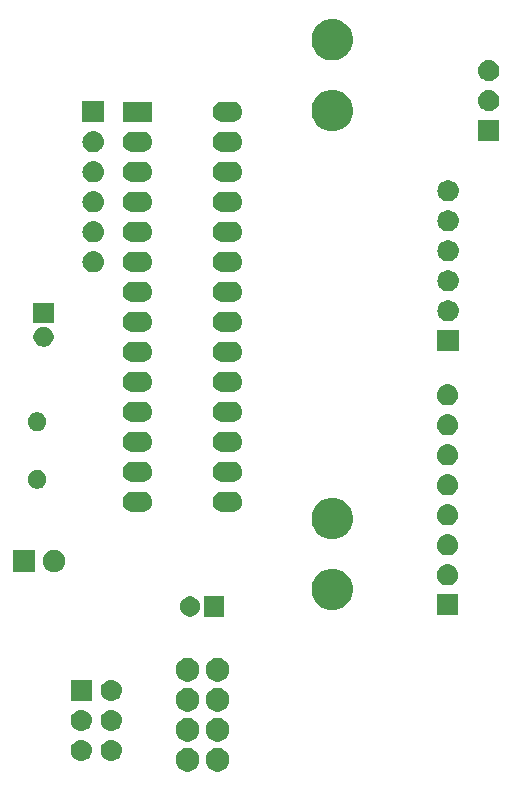
<source format=gts>
G04 #@! TF.GenerationSoftware,KiCad,Pcbnew,5.0.1-33cea8e~68~ubuntu18.04.1*
G04 #@! TF.CreationDate,2018-11-23T15:34:50-05:00*
G04 #@! TF.ProjectId,samn,73616D6E2E6B696361645F7063620000,6*
G04 #@! TF.SameCoordinates,Original*
G04 #@! TF.FileFunction,Soldermask,Top*
G04 #@! TF.FilePolarity,Negative*
%FSLAX46Y46*%
G04 Gerber Fmt 4.6, Leading zero omitted, Abs format (unit mm)*
G04 Created by KiCad (PCBNEW 5.0.1-33cea8e~68~ubuntu18.04.1) date Fri 23 Nov 2018 03:34:50 PM EST*
%MOMM*%
%LPD*%
G01*
G04 APERTURE LIST*
%ADD10C,0.100000*%
G04 APERTURE END LIST*
D10*
G36*
X41081981Y-84157468D02*
X41264150Y-84232925D01*
X41428103Y-84342475D01*
X41567525Y-84481897D01*
X41677075Y-84645850D01*
X41752532Y-84828019D01*
X41791000Y-85021410D01*
X41791000Y-85218590D01*
X41752532Y-85411981D01*
X41677075Y-85594150D01*
X41567525Y-85758103D01*
X41428103Y-85897525D01*
X41264150Y-86007075D01*
X41081981Y-86082532D01*
X40888590Y-86121000D01*
X40691410Y-86121000D01*
X40498019Y-86082532D01*
X40315850Y-86007075D01*
X40151897Y-85897525D01*
X40012475Y-85758103D01*
X39902925Y-85594150D01*
X39827468Y-85411981D01*
X39789000Y-85218590D01*
X39789000Y-85021410D01*
X39827468Y-84828019D01*
X39902925Y-84645850D01*
X40012475Y-84481897D01*
X40151897Y-84342475D01*
X40315850Y-84232925D01*
X40498019Y-84157468D01*
X40691410Y-84119000D01*
X40888590Y-84119000D01*
X41081981Y-84157468D01*
X41081981Y-84157468D01*
G37*
G36*
X38541981Y-84157468D02*
X38724150Y-84232925D01*
X38888103Y-84342475D01*
X39027525Y-84481897D01*
X39137075Y-84645850D01*
X39212532Y-84828019D01*
X39251000Y-85021410D01*
X39251000Y-85218590D01*
X39212532Y-85411981D01*
X39137075Y-85594150D01*
X39027525Y-85758103D01*
X38888103Y-85897525D01*
X38724150Y-86007075D01*
X38541981Y-86082532D01*
X38348590Y-86121000D01*
X38151410Y-86121000D01*
X37958019Y-86082532D01*
X37775850Y-86007075D01*
X37611897Y-85897525D01*
X37472475Y-85758103D01*
X37362925Y-85594150D01*
X37287468Y-85411981D01*
X37249000Y-85218590D01*
X37249000Y-85021410D01*
X37287468Y-84828019D01*
X37362925Y-84645850D01*
X37472475Y-84481897D01*
X37611897Y-84342475D01*
X37775850Y-84232925D01*
X37958019Y-84157468D01*
X38151410Y-84119000D01*
X38348590Y-84119000D01*
X38541981Y-84157468D01*
X38541981Y-84157468D01*
G37*
G36*
X29360443Y-83435519D02*
X29426627Y-83442037D01*
X29509163Y-83467074D01*
X29596467Y-83493557D01*
X29688091Y-83542532D01*
X29752991Y-83577222D01*
X29757594Y-83581000D01*
X29890186Y-83689814D01*
X29973448Y-83791271D01*
X30002778Y-83827009D01*
X30002779Y-83827011D01*
X30086443Y-83983533D01*
X30086443Y-83983534D01*
X30137963Y-84153373D01*
X30155359Y-84330000D01*
X30137963Y-84506627D01*
X30103616Y-84619853D01*
X30086443Y-84676467D01*
X30012348Y-84815087D01*
X30002778Y-84832991D01*
X29973448Y-84868729D01*
X29890186Y-84970186D01*
X29827768Y-85021410D01*
X29752991Y-85082778D01*
X29752989Y-85082779D01*
X29596467Y-85166443D01*
X29539853Y-85183616D01*
X29426627Y-85217963D01*
X29360443Y-85224481D01*
X29294260Y-85231000D01*
X29205740Y-85231000D01*
X29139557Y-85224481D01*
X29073373Y-85217963D01*
X28960147Y-85183616D01*
X28903533Y-85166443D01*
X28747011Y-85082779D01*
X28747009Y-85082778D01*
X28672232Y-85021410D01*
X28609814Y-84970186D01*
X28526552Y-84868729D01*
X28497222Y-84832991D01*
X28487652Y-84815087D01*
X28413557Y-84676467D01*
X28396384Y-84619853D01*
X28362037Y-84506627D01*
X28344641Y-84330000D01*
X28362037Y-84153373D01*
X28413557Y-83983534D01*
X28413557Y-83983533D01*
X28497221Y-83827011D01*
X28497222Y-83827009D01*
X28526552Y-83791271D01*
X28609814Y-83689814D01*
X28742406Y-83581000D01*
X28747009Y-83577222D01*
X28811909Y-83542532D01*
X28903533Y-83493557D01*
X28990837Y-83467074D01*
X29073373Y-83442037D01*
X29139557Y-83435519D01*
X29205740Y-83429000D01*
X29294260Y-83429000D01*
X29360443Y-83435519D01*
X29360443Y-83435519D01*
G37*
G36*
X31900443Y-83435519D02*
X31966627Y-83442037D01*
X32049163Y-83467074D01*
X32136467Y-83493557D01*
X32228091Y-83542532D01*
X32292991Y-83577222D01*
X32297594Y-83581000D01*
X32430186Y-83689814D01*
X32513448Y-83791271D01*
X32542778Y-83827009D01*
X32542779Y-83827011D01*
X32626443Y-83983533D01*
X32626443Y-83983534D01*
X32677963Y-84153373D01*
X32695359Y-84330000D01*
X32677963Y-84506627D01*
X32643616Y-84619853D01*
X32626443Y-84676467D01*
X32552348Y-84815087D01*
X32542778Y-84832991D01*
X32513448Y-84868729D01*
X32430186Y-84970186D01*
X32367768Y-85021410D01*
X32292991Y-85082778D01*
X32292989Y-85082779D01*
X32136467Y-85166443D01*
X32079853Y-85183616D01*
X31966627Y-85217963D01*
X31900443Y-85224481D01*
X31834260Y-85231000D01*
X31745740Y-85231000D01*
X31679557Y-85224481D01*
X31613373Y-85217963D01*
X31500147Y-85183616D01*
X31443533Y-85166443D01*
X31287011Y-85082779D01*
X31287009Y-85082778D01*
X31212232Y-85021410D01*
X31149814Y-84970186D01*
X31066552Y-84868729D01*
X31037222Y-84832991D01*
X31027652Y-84815087D01*
X30953557Y-84676467D01*
X30936384Y-84619853D01*
X30902037Y-84506627D01*
X30884641Y-84330000D01*
X30902037Y-84153373D01*
X30953557Y-83983534D01*
X30953557Y-83983533D01*
X31037221Y-83827011D01*
X31037222Y-83827009D01*
X31066552Y-83791271D01*
X31149814Y-83689814D01*
X31282406Y-83581000D01*
X31287009Y-83577222D01*
X31351909Y-83542532D01*
X31443533Y-83493557D01*
X31530837Y-83467074D01*
X31613373Y-83442037D01*
X31679557Y-83435519D01*
X31745740Y-83429000D01*
X31834260Y-83429000D01*
X31900443Y-83435519D01*
X31900443Y-83435519D01*
G37*
G36*
X38541981Y-81617468D02*
X38724150Y-81692925D01*
X38888103Y-81802475D01*
X39027525Y-81941897D01*
X39137075Y-82105850D01*
X39212532Y-82288019D01*
X39251000Y-82481410D01*
X39251000Y-82678590D01*
X39212532Y-82871981D01*
X39137075Y-83054150D01*
X39027525Y-83218103D01*
X38888103Y-83357525D01*
X38724150Y-83467075D01*
X38541981Y-83542532D01*
X38348590Y-83581000D01*
X38151410Y-83581000D01*
X37958019Y-83542532D01*
X37775850Y-83467075D01*
X37611897Y-83357525D01*
X37472475Y-83218103D01*
X37362925Y-83054150D01*
X37287468Y-82871981D01*
X37249000Y-82678590D01*
X37249000Y-82481410D01*
X37287468Y-82288019D01*
X37362925Y-82105850D01*
X37472475Y-81941897D01*
X37611897Y-81802475D01*
X37775850Y-81692925D01*
X37958019Y-81617468D01*
X38151410Y-81579000D01*
X38348590Y-81579000D01*
X38541981Y-81617468D01*
X38541981Y-81617468D01*
G37*
G36*
X41081981Y-81617468D02*
X41264150Y-81692925D01*
X41428103Y-81802475D01*
X41567525Y-81941897D01*
X41677075Y-82105850D01*
X41752532Y-82288019D01*
X41791000Y-82481410D01*
X41791000Y-82678590D01*
X41752532Y-82871981D01*
X41677075Y-83054150D01*
X41567525Y-83218103D01*
X41428103Y-83357525D01*
X41264150Y-83467075D01*
X41081981Y-83542532D01*
X40888590Y-83581000D01*
X40691410Y-83581000D01*
X40498019Y-83542532D01*
X40315850Y-83467075D01*
X40151897Y-83357525D01*
X40012475Y-83218103D01*
X39902925Y-83054150D01*
X39827468Y-82871981D01*
X39789000Y-82678590D01*
X39789000Y-82481410D01*
X39827468Y-82288019D01*
X39902925Y-82105850D01*
X40012475Y-81941897D01*
X40151897Y-81802475D01*
X40315850Y-81692925D01*
X40498019Y-81617468D01*
X40691410Y-81579000D01*
X40888590Y-81579000D01*
X41081981Y-81617468D01*
X41081981Y-81617468D01*
G37*
G36*
X31900442Y-80895518D02*
X31966627Y-80902037D01*
X32049163Y-80927074D01*
X32136467Y-80953557D01*
X32228091Y-81002532D01*
X32292991Y-81037222D01*
X32297594Y-81041000D01*
X32430186Y-81149814D01*
X32513448Y-81251271D01*
X32542778Y-81287009D01*
X32542779Y-81287011D01*
X32626443Y-81443533D01*
X32626443Y-81443534D01*
X32677963Y-81613373D01*
X32695359Y-81790000D01*
X32677963Y-81966627D01*
X32643616Y-82079853D01*
X32626443Y-82136467D01*
X32552348Y-82275087D01*
X32542778Y-82292991D01*
X32513448Y-82328729D01*
X32430186Y-82430186D01*
X32367768Y-82481410D01*
X32292991Y-82542778D01*
X32292989Y-82542779D01*
X32136467Y-82626443D01*
X32079853Y-82643616D01*
X31966627Y-82677963D01*
X31900443Y-82684481D01*
X31834260Y-82691000D01*
X31745740Y-82691000D01*
X31679557Y-82684481D01*
X31613373Y-82677963D01*
X31500147Y-82643616D01*
X31443533Y-82626443D01*
X31287011Y-82542779D01*
X31287009Y-82542778D01*
X31212232Y-82481410D01*
X31149814Y-82430186D01*
X31066552Y-82328729D01*
X31037222Y-82292991D01*
X31027652Y-82275087D01*
X30953557Y-82136467D01*
X30936384Y-82079853D01*
X30902037Y-81966627D01*
X30884641Y-81790000D01*
X30902037Y-81613373D01*
X30953557Y-81443534D01*
X30953557Y-81443533D01*
X31037221Y-81287011D01*
X31037222Y-81287009D01*
X31066552Y-81251271D01*
X31149814Y-81149814D01*
X31282406Y-81041000D01*
X31287009Y-81037222D01*
X31351909Y-81002532D01*
X31443533Y-80953557D01*
X31530837Y-80927074D01*
X31613373Y-80902037D01*
X31679558Y-80895518D01*
X31745740Y-80889000D01*
X31834260Y-80889000D01*
X31900442Y-80895518D01*
X31900442Y-80895518D01*
G37*
G36*
X29360442Y-80895518D02*
X29426627Y-80902037D01*
X29509163Y-80927074D01*
X29596467Y-80953557D01*
X29688091Y-81002532D01*
X29752991Y-81037222D01*
X29757594Y-81041000D01*
X29890186Y-81149814D01*
X29973448Y-81251271D01*
X30002778Y-81287009D01*
X30002779Y-81287011D01*
X30086443Y-81443533D01*
X30086443Y-81443534D01*
X30137963Y-81613373D01*
X30155359Y-81790000D01*
X30137963Y-81966627D01*
X30103616Y-82079853D01*
X30086443Y-82136467D01*
X30012348Y-82275087D01*
X30002778Y-82292991D01*
X29973448Y-82328729D01*
X29890186Y-82430186D01*
X29827768Y-82481410D01*
X29752991Y-82542778D01*
X29752989Y-82542779D01*
X29596467Y-82626443D01*
X29539853Y-82643616D01*
X29426627Y-82677963D01*
X29360443Y-82684481D01*
X29294260Y-82691000D01*
X29205740Y-82691000D01*
X29139557Y-82684481D01*
X29073373Y-82677963D01*
X28960147Y-82643616D01*
X28903533Y-82626443D01*
X28747011Y-82542779D01*
X28747009Y-82542778D01*
X28672232Y-82481410D01*
X28609814Y-82430186D01*
X28526552Y-82328729D01*
X28497222Y-82292991D01*
X28487652Y-82275087D01*
X28413557Y-82136467D01*
X28396384Y-82079853D01*
X28362037Y-81966627D01*
X28344641Y-81790000D01*
X28362037Y-81613373D01*
X28413557Y-81443534D01*
X28413557Y-81443533D01*
X28497221Y-81287011D01*
X28497222Y-81287009D01*
X28526552Y-81251271D01*
X28609814Y-81149814D01*
X28742406Y-81041000D01*
X28747009Y-81037222D01*
X28811909Y-81002532D01*
X28903533Y-80953557D01*
X28990837Y-80927074D01*
X29073373Y-80902037D01*
X29139558Y-80895518D01*
X29205740Y-80889000D01*
X29294260Y-80889000D01*
X29360442Y-80895518D01*
X29360442Y-80895518D01*
G37*
G36*
X41081981Y-79077468D02*
X41264150Y-79152925D01*
X41428103Y-79262475D01*
X41567525Y-79401897D01*
X41677075Y-79565850D01*
X41752532Y-79748019D01*
X41791000Y-79941410D01*
X41791000Y-80138590D01*
X41752532Y-80331981D01*
X41677075Y-80514150D01*
X41567525Y-80678103D01*
X41428103Y-80817525D01*
X41264150Y-80927075D01*
X41081981Y-81002532D01*
X40888590Y-81041000D01*
X40691410Y-81041000D01*
X40498019Y-81002532D01*
X40315850Y-80927075D01*
X40151897Y-80817525D01*
X40012475Y-80678103D01*
X39902925Y-80514150D01*
X39827468Y-80331981D01*
X39789000Y-80138590D01*
X39789000Y-79941410D01*
X39827468Y-79748019D01*
X39902925Y-79565850D01*
X40012475Y-79401897D01*
X40151897Y-79262475D01*
X40315850Y-79152925D01*
X40498019Y-79077468D01*
X40691410Y-79039000D01*
X40888590Y-79039000D01*
X41081981Y-79077468D01*
X41081981Y-79077468D01*
G37*
G36*
X38541981Y-79077468D02*
X38724150Y-79152925D01*
X38888103Y-79262475D01*
X39027525Y-79401897D01*
X39137075Y-79565850D01*
X39212532Y-79748019D01*
X39251000Y-79941410D01*
X39251000Y-80138590D01*
X39212532Y-80331981D01*
X39137075Y-80514150D01*
X39027525Y-80678103D01*
X38888103Y-80817525D01*
X38724150Y-80927075D01*
X38541981Y-81002532D01*
X38348590Y-81041000D01*
X38151410Y-81041000D01*
X37958019Y-81002532D01*
X37775850Y-80927075D01*
X37611897Y-80817525D01*
X37472475Y-80678103D01*
X37362925Y-80514150D01*
X37287468Y-80331981D01*
X37249000Y-80138590D01*
X37249000Y-79941410D01*
X37287468Y-79748019D01*
X37362925Y-79565850D01*
X37472475Y-79401897D01*
X37611897Y-79262475D01*
X37775850Y-79152925D01*
X37958019Y-79077468D01*
X38151410Y-79039000D01*
X38348590Y-79039000D01*
X38541981Y-79077468D01*
X38541981Y-79077468D01*
G37*
G36*
X31900443Y-78355519D02*
X31966627Y-78362037D01*
X32049163Y-78387074D01*
X32136467Y-78413557D01*
X32228091Y-78462532D01*
X32292991Y-78497222D01*
X32297594Y-78501000D01*
X32430186Y-78609814D01*
X32513448Y-78711271D01*
X32542778Y-78747009D01*
X32542779Y-78747011D01*
X32626443Y-78903533D01*
X32626443Y-78903534D01*
X32677963Y-79073373D01*
X32695359Y-79250000D01*
X32677963Y-79426627D01*
X32643616Y-79539853D01*
X32626443Y-79596467D01*
X32552348Y-79735087D01*
X32542778Y-79752991D01*
X32513448Y-79788729D01*
X32430186Y-79890186D01*
X32367768Y-79941410D01*
X32292991Y-80002778D01*
X32292989Y-80002779D01*
X32136467Y-80086443D01*
X32079853Y-80103616D01*
X31966627Y-80137963D01*
X31900443Y-80144481D01*
X31834260Y-80151000D01*
X31745740Y-80151000D01*
X31679557Y-80144481D01*
X31613373Y-80137963D01*
X31500147Y-80103616D01*
X31443533Y-80086443D01*
X31287011Y-80002779D01*
X31287009Y-80002778D01*
X31212232Y-79941410D01*
X31149814Y-79890186D01*
X31066552Y-79788729D01*
X31037222Y-79752991D01*
X31027652Y-79735087D01*
X30953557Y-79596467D01*
X30936384Y-79539853D01*
X30902037Y-79426627D01*
X30884641Y-79250000D01*
X30902037Y-79073373D01*
X30953557Y-78903534D01*
X30953557Y-78903533D01*
X31037221Y-78747011D01*
X31037222Y-78747009D01*
X31066552Y-78711271D01*
X31149814Y-78609814D01*
X31282406Y-78501000D01*
X31287009Y-78497222D01*
X31351909Y-78462532D01*
X31443533Y-78413557D01*
X31530837Y-78387074D01*
X31613373Y-78362037D01*
X31679557Y-78355519D01*
X31745740Y-78349000D01*
X31834260Y-78349000D01*
X31900443Y-78355519D01*
X31900443Y-78355519D01*
G37*
G36*
X30151000Y-80151000D02*
X28349000Y-80151000D01*
X28349000Y-78349000D01*
X30151000Y-78349000D01*
X30151000Y-80151000D01*
X30151000Y-80151000D01*
G37*
G36*
X38541981Y-76537468D02*
X38724150Y-76612925D01*
X38888103Y-76722475D01*
X39027525Y-76861897D01*
X39137075Y-77025850D01*
X39212532Y-77208019D01*
X39251000Y-77401410D01*
X39251000Y-77598590D01*
X39212532Y-77791981D01*
X39137075Y-77974150D01*
X39027525Y-78138103D01*
X38888103Y-78277525D01*
X38724150Y-78387075D01*
X38541981Y-78462532D01*
X38348590Y-78501000D01*
X38151410Y-78501000D01*
X37958019Y-78462532D01*
X37775850Y-78387075D01*
X37611897Y-78277525D01*
X37472475Y-78138103D01*
X37362925Y-77974150D01*
X37287468Y-77791981D01*
X37249000Y-77598590D01*
X37249000Y-77401410D01*
X37287468Y-77208019D01*
X37362925Y-77025850D01*
X37472475Y-76861897D01*
X37611897Y-76722475D01*
X37775850Y-76612925D01*
X37958019Y-76537468D01*
X38151410Y-76499000D01*
X38348590Y-76499000D01*
X38541981Y-76537468D01*
X38541981Y-76537468D01*
G37*
G36*
X41081981Y-76537468D02*
X41264150Y-76612925D01*
X41428103Y-76722475D01*
X41567525Y-76861897D01*
X41677075Y-77025850D01*
X41752532Y-77208019D01*
X41791000Y-77401410D01*
X41791000Y-77598590D01*
X41752532Y-77791981D01*
X41677075Y-77974150D01*
X41567525Y-78138103D01*
X41428103Y-78277525D01*
X41264150Y-78387075D01*
X41081981Y-78462532D01*
X40888590Y-78501000D01*
X40691410Y-78501000D01*
X40498019Y-78462532D01*
X40315850Y-78387075D01*
X40151897Y-78277525D01*
X40012475Y-78138103D01*
X39902925Y-77974150D01*
X39827468Y-77791981D01*
X39789000Y-77598590D01*
X39789000Y-77401410D01*
X39827468Y-77208019D01*
X39902925Y-77025850D01*
X40012475Y-76861897D01*
X40151897Y-76722475D01*
X40315850Y-76612925D01*
X40498019Y-76537468D01*
X40691410Y-76499000D01*
X40888590Y-76499000D01*
X41081981Y-76537468D01*
X41081981Y-76537468D01*
G37*
G36*
X41301000Y-73001000D02*
X39599000Y-73001000D01*
X39599000Y-71299000D01*
X41301000Y-71299000D01*
X41301000Y-73001000D01*
X41301000Y-73001000D01*
G37*
G36*
X38698228Y-71331703D02*
X38853100Y-71395853D01*
X38992481Y-71488985D01*
X39111015Y-71607519D01*
X39204147Y-71746900D01*
X39268297Y-71901772D01*
X39301000Y-72066184D01*
X39301000Y-72233816D01*
X39268297Y-72398228D01*
X39204147Y-72553100D01*
X39111015Y-72692481D01*
X38992481Y-72811015D01*
X38853100Y-72904147D01*
X38698228Y-72968297D01*
X38533816Y-73001000D01*
X38366184Y-73001000D01*
X38201772Y-72968297D01*
X38046900Y-72904147D01*
X37907519Y-72811015D01*
X37788985Y-72692481D01*
X37695853Y-72553100D01*
X37631703Y-72398228D01*
X37599000Y-72233816D01*
X37599000Y-72066184D01*
X37631703Y-71901772D01*
X37695853Y-71746900D01*
X37788985Y-71607519D01*
X37907519Y-71488985D01*
X38046900Y-71395853D01*
X38201772Y-71331703D01*
X38366184Y-71299000D01*
X38533816Y-71299000D01*
X38698228Y-71331703D01*
X38698228Y-71331703D01*
G37*
G36*
X61151000Y-72901000D02*
X59349000Y-72901000D01*
X59349000Y-71099000D01*
X61151000Y-71099000D01*
X61151000Y-72901000D01*
X61151000Y-72901000D01*
G37*
G36*
X50807774Y-68975916D02*
X51010748Y-69016290D01*
X51329409Y-69148284D01*
X51612329Y-69337326D01*
X51616200Y-69339912D01*
X51860088Y-69583800D01*
X51860090Y-69583803D01*
X52051716Y-69870591D01*
X52183710Y-70189252D01*
X52251000Y-70527542D01*
X52251000Y-70872458D01*
X52183710Y-71210748D01*
X52051716Y-71529409D01*
X52051715Y-71529410D01*
X51860088Y-71816200D01*
X51616200Y-72060088D01*
X51616197Y-72060090D01*
X51329409Y-72251716D01*
X51010748Y-72383710D01*
X50807774Y-72424084D01*
X50672460Y-72451000D01*
X50327540Y-72451000D01*
X50192226Y-72424084D01*
X49989252Y-72383710D01*
X49670591Y-72251716D01*
X49383803Y-72060090D01*
X49383800Y-72060088D01*
X49139912Y-71816200D01*
X48948285Y-71529410D01*
X48948284Y-71529409D01*
X48816290Y-71210748D01*
X48749000Y-70872458D01*
X48749000Y-70527542D01*
X48816290Y-70189252D01*
X48948284Y-69870591D01*
X49139910Y-69583803D01*
X49139912Y-69583800D01*
X49383800Y-69339912D01*
X49387671Y-69337326D01*
X49670591Y-69148284D01*
X49989252Y-69016290D01*
X50192226Y-68975916D01*
X50327540Y-68949000D01*
X50672460Y-68949000D01*
X50807774Y-68975916D01*
X50807774Y-68975916D01*
G37*
G36*
X60360442Y-68565518D02*
X60426627Y-68572037D01*
X60539853Y-68606384D01*
X60596467Y-68623557D01*
X60735087Y-68697652D01*
X60752991Y-68707222D01*
X60788729Y-68736552D01*
X60890186Y-68819814D01*
X60973448Y-68921271D01*
X61002778Y-68957009D01*
X61002779Y-68957011D01*
X61086443Y-69113533D01*
X61096984Y-69148284D01*
X61137963Y-69283373D01*
X61155359Y-69460000D01*
X61137963Y-69636627D01*
X61103616Y-69749853D01*
X61086443Y-69806467D01*
X61052168Y-69870590D01*
X61002778Y-69962991D01*
X60973448Y-69998729D01*
X60890186Y-70100186D01*
X60788729Y-70183448D01*
X60752991Y-70212778D01*
X60752989Y-70212779D01*
X60596467Y-70296443D01*
X60539853Y-70313616D01*
X60426627Y-70347963D01*
X60360443Y-70354481D01*
X60294260Y-70361000D01*
X60205740Y-70361000D01*
X60139557Y-70354481D01*
X60073373Y-70347963D01*
X59960147Y-70313616D01*
X59903533Y-70296443D01*
X59747011Y-70212779D01*
X59747009Y-70212778D01*
X59711271Y-70183448D01*
X59609814Y-70100186D01*
X59526552Y-69998729D01*
X59497222Y-69962991D01*
X59447832Y-69870590D01*
X59413557Y-69806467D01*
X59396384Y-69749853D01*
X59362037Y-69636627D01*
X59344641Y-69460000D01*
X59362037Y-69283373D01*
X59403016Y-69148284D01*
X59413557Y-69113533D01*
X59497221Y-68957011D01*
X59497222Y-68957009D01*
X59526552Y-68921271D01*
X59609814Y-68819814D01*
X59711271Y-68736552D01*
X59747009Y-68707222D01*
X59764913Y-68697652D01*
X59903533Y-68623557D01*
X59960147Y-68606384D01*
X60073373Y-68572037D01*
X60139558Y-68565518D01*
X60205740Y-68559000D01*
X60294260Y-68559000D01*
X60360442Y-68565518D01*
X60360442Y-68565518D01*
G37*
G36*
X25351000Y-69251000D02*
X23449000Y-69251000D01*
X23449000Y-67349000D01*
X25351000Y-67349000D01*
X25351000Y-69251000D01*
X25351000Y-69251000D01*
G37*
G36*
X27217396Y-67385546D02*
X27390466Y-67457234D01*
X27546230Y-67561312D01*
X27678688Y-67693770D01*
X27782766Y-67849534D01*
X27854454Y-68022604D01*
X27891000Y-68206333D01*
X27891000Y-68393667D01*
X27854454Y-68577396D01*
X27782766Y-68750466D01*
X27678688Y-68906230D01*
X27546230Y-69038688D01*
X27390466Y-69142766D01*
X27217396Y-69214454D01*
X27033667Y-69251000D01*
X26846333Y-69251000D01*
X26662604Y-69214454D01*
X26489534Y-69142766D01*
X26333770Y-69038688D01*
X26201312Y-68906230D01*
X26097234Y-68750466D01*
X26025546Y-68577396D01*
X25989000Y-68393667D01*
X25989000Y-68206333D01*
X26025546Y-68022604D01*
X26097234Y-67849534D01*
X26201312Y-67693770D01*
X26333770Y-67561312D01*
X26489534Y-67457234D01*
X26662604Y-67385546D01*
X26846333Y-67349000D01*
X27033667Y-67349000D01*
X27217396Y-67385546D01*
X27217396Y-67385546D01*
G37*
G36*
X60360443Y-66025519D02*
X60426627Y-66032037D01*
X60539853Y-66066384D01*
X60596467Y-66083557D01*
X60735087Y-66157652D01*
X60752991Y-66167222D01*
X60788729Y-66196552D01*
X60890186Y-66279814D01*
X60973448Y-66381271D01*
X61002778Y-66417009D01*
X61002779Y-66417011D01*
X61086443Y-66573533D01*
X61086443Y-66573534D01*
X61137963Y-66743373D01*
X61155359Y-66920000D01*
X61137963Y-67096627D01*
X61103616Y-67209853D01*
X61086443Y-67266467D01*
X61022793Y-67385546D01*
X61002778Y-67422991D01*
X60974675Y-67457234D01*
X60890186Y-67560186D01*
X60788729Y-67643448D01*
X60752991Y-67672778D01*
X60752989Y-67672779D01*
X60596467Y-67756443D01*
X60539853Y-67773616D01*
X60426627Y-67807963D01*
X60360442Y-67814482D01*
X60294260Y-67821000D01*
X60205740Y-67821000D01*
X60139558Y-67814482D01*
X60073373Y-67807963D01*
X59960147Y-67773616D01*
X59903533Y-67756443D01*
X59747011Y-67672779D01*
X59747009Y-67672778D01*
X59711271Y-67643448D01*
X59609814Y-67560186D01*
X59525325Y-67457234D01*
X59497222Y-67422991D01*
X59477207Y-67385546D01*
X59413557Y-67266467D01*
X59396384Y-67209853D01*
X59362037Y-67096627D01*
X59344641Y-66920000D01*
X59362037Y-66743373D01*
X59413557Y-66573534D01*
X59413557Y-66573533D01*
X59497221Y-66417011D01*
X59497222Y-66417009D01*
X59526552Y-66381271D01*
X59609814Y-66279814D01*
X59711271Y-66196552D01*
X59747009Y-66167222D01*
X59764913Y-66157652D01*
X59903533Y-66083557D01*
X59960147Y-66066384D01*
X60073373Y-66032037D01*
X60139557Y-66025519D01*
X60205740Y-66019000D01*
X60294260Y-66019000D01*
X60360443Y-66025519D01*
X60360443Y-66025519D01*
G37*
G36*
X50807774Y-62975916D02*
X51010748Y-63016290D01*
X51329409Y-63148284D01*
X51612329Y-63337326D01*
X51616200Y-63339912D01*
X51860088Y-63583800D01*
X51860090Y-63583803D01*
X52051716Y-63870591D01*
X52183710Y-64189252D01*
X52186519Y-64203375D01*
X52251000Y-64527540D01*
X52251000Y-64872460D01*
X52248905Y-64882991D01*
X52183710Y-65210748D01*
X52051716Y-65529409D01*
X52051715Y-65529410D01*
X51860088Y-65816200D01*
X51616200Y-66060088D01*
X51616197Y-66060090D01*
X51329409Y-66251716D01*
X51010748Y-66383710D01*
X50843342Y-66417009D01*
X50672460Y-66451000D01*
X50327540Y-66451000D01*
X50156658Y-66417009D01*
X49989252Y-66383710D01*
X49670591Y-66251716D01*
X49383803Y-66060090D01*
X49383800Y-66060088D01*
X49139912Y-65816200D01*
X48948285Y-65529410D01*
X48948284Y-65529409D01*
X48816290Y-65210748D01*
X48751095Y-64882991D01*
X48749000Y-64872460D01*
X48749000Y-64527540D01*
X48813481Y-64203375D01*
X48816290Y-64189252D01*
X48948284Y-63870591D01*
X49139910Y-63583803D01*
X49139912Y-63583800D01*
X49383800Y-63339912D01*
X49387671Y-63337326D01*
X49670591Y-63148284D01*
X49989252Y-63016290D01*
X50192226Y-62975916D01*
X50327540Y-62949000D01*
X50672460Y-62949000D01*
X50807774Y-62975916D01*
X50807774Y-62975916D01*
G37*
G36*
X60360442Y-63485518D02*
X60426627Y-63492037D01*
X60539853Y-63526384D01*
X60596467Y-63543557D01*
X60696897Y-63597239D01*
X60752991Y-63627222D01*
X60788729Y-63656552D01*
X60890186Y-63739814D01*
X60973448Y-63841271D01*
X61002778Y-63877009D01*
X61002779Y-63877011D01*
X61086443Y-64033533D01*
X61086443Y-64033534D01*
X61137963Y-64203373D01*
X61155359Y-64380000D01*
X61137963Y-64556627D01*
X61103616Y-64669853D01*
X61086443Y-64726467D01*
X61012348Y-64865087D01*
X61002778Y-64882991D01*
X60973448Y-64918729D01*
X60890186Y-65020186D01*
X60788729Y-65103448D01*
X60752991Y-65132778D01*
X60752989Y-65132779D01*
X60596467Y-65216443D01*
X60539853Y-65233616D01*
X60426627Y-65267963D01*
X60360442Y-65274482D01*
X60294260Y-65281000D01*
X60205740Y-65281000D01*
X60139558Y-65274482D01*
X60073373Y-65267963D01*
X59960147Y-65233616D01*
X59903533Y-65216443D01*
X59747011Y-65132779D01*
X59747009Y-65132778D01*
X59711271Y-65103448D01*
X59609814Y-65020186D01*
X59526552Y-64918729D01*
X59497222Y-64882991D01*
X59487652Y-64865087D01*
X59413557Y-64726467D01*
X59396384Y-64669853D01*
X59362037Y-64556627D01*
X59344641Y-64380000D01*
X59362037Y-64203373D01*
X59413557Y-64033534D01*
X59413557Y-64033533D01*
X59497221Y-63877011D01*
X59497222Y-63877009D01*
X59526552Y-63841271D01*
X59609814Y-63739814D01*
X59711271Y-63656552D01*
X59747009Y-63627222D01*
X59803103Y-63597239D01*
X59903533Y-63543557D01*
X59960147Y-63526384D01*
X60073373Y-63492037D01*
X60139558Y-63485518D01*
X60205740Y-63479000D01*
X60294260Y-63479000D01*
X60360442Y-63485518D01*
X60360442Y-63485518D01*
G37*
G36*
X34566821Y-62431313D02*
X34566824Y-62431314D01*
X34566825Y-62431314D01*
X34727239Y-62479975D01*
X34727241Y-62479976D01*
X34727244Y-62479977D01*
X34875078Y-62558995D01*
X35004659Y-62665341D01*
X35111005Y-62794922D01*
X35190023Y-62942756D01*
X35190024Y-62942759D01*
X35190025Y-62942761D01*
X35238686Y-63103175D01*
X35238687Y-63103179D01*
X35255117Y-63270000D01*
X35238687Y-63436821D01*
X35238686Y-63436824D01*
X35238686Y-63436825D01*
X35194101Y-63583803D01*
X35190023Y-63597244D01*
X35111005Y-63745078D01*
X35004659Y-63874659D01*
X34875078Y-63981005D01*
X34727244Y-64060023D01*
X34727241Y-64060024D01*
X34727239Y-64060025D01*
X34566825Y-64108686D01*
X34566824Y-64108686D01*
X34566821Y-64108687D01*
X34441804Y-64121000D01*
X33558196Y-64121000D01*
X33433179Y-64108687D01*
X33433176Y-64108686D01*
X33433175Y-64108686D01*
X33272761Y-64060025D01*
X33272759Y-64060024D01*
X33272756Y-64060023D01*
X33124922Y-63981005D01*
X32995341Y-63874659D01*
X32888995Y-63745078D01*
X32809977Y-63597244D01*
X32805900Y-63583803D01*
X32761314Y-63436825D01*
X32761314Y-63436824D01*
X32761313Y-63436821D01*
X32744883Y-63270000D01*
X32761313Y-63103179D01*
X32761314Y-63103175D01*
X32809975Y-62942761D01*
X32809976Y-62942759D01*
X32809977Y-62942756D01*
X32888995Y-62794922D01*
X32995341Y-62665341D01*
X33124922Y-62558995D01*
X33272756Y-62479977D01*
X33272759Y-62479976D01*
X33272761Y-62479975D01*
X33433175Y-62431314D01*
X33433176Y-62431314D01*
X33433179Y-62431313D01*
X33558196Y-62419000D01*
X34441804Y-62419000D01*
X34566821Y-62431313D01*
X34566821Y-62431313D01*
G37*
G36*
X42186821Y-62431313D02*
X42186824Y-62431314D01*
X42186825Y-62431314D01*
X42347239Y-62479975D01*
X42347241Y-62479976D01*
X42347244Y-62479977D01*
X42495078Y-62558995D01*
X42624659Y-62665341D01*
X42731005Y-62794922D01*
X42810023Y-62942756D01*
X42810024Y-62942759D01*
X42810025Y-62942761D01*
X42858686Y-63103175D01*
X42858687Y-63103179D01*
X42875117Y-63270000D01*
X42858687Y-63436821D01*
X42858686Y-63436824D01*
X42858686Y-63436825D01*
X42814101Y-63583803D01*
X42810023Y-63597244D01*
X42731005Y-63745078D01*
X42624659Y-63874659D01*
X42495078Y-63981005D01*
X42347244Y-64060023D01*
X42347241Y-64060024D01*
X42347239Y-64060025D01*
X42186825Y-64108686D01*
X42186824Y-64108686D01*
X42186821Y-64108687D01*
X42061804Y-64121000D01*
X41178196Y-64121000D01*
X41053179Y-64108687D01*
X41053176Y-64108686D01*
X41053175Y-64108686D01*
X40892761Y-64060025D01*
X40892759Y-64060024D01*
X40892756Y-64060023D01*
X40744922Y-63981005D01*
X40615341Y-63874659D01*
X40508995Y-63745078D01*
X40429977Y-63597244D01*
X40425900Y-63583803D01*
X40381314Y-63436825D01*
X40381314Y-63436824D01*
X40381313Y-63436821D01*
X40364883Y-63270000D01*
X40381313Y-63103179D01*
X40381314Y-63103175D01*
X40429975Y-62942761D01*
X40429976Y-62942759D01*
X40429977Y-62942756D01*
X40508995Y-62794922D01*
X40615341Y-62665341D01*
X40744922Y-62558995D01*
X40892756Y-62479977D01*
X40892759Y-62479976D01*
X40892761Y-62479975D01*
X41053175Y-62431314D01*
X41053176Y-62431314D01*
X41053179Y-62431313D01*
X41178196Y-62419000D01*
X42061804Y-62419000D01*
X42186821Y-62431313D01*
X42186821Y-62431313D01*
G37*
G36*
X60360443Y-60945519D02*
X60426627Y-60952037D01*
X60539853Y-60986384D01*
X60596467Y-61003557D01*
X60696897Y-61057239D01*
X60752991Y-61087222D01*
X60788729Y-61116552D01*
X60890186Y-61199814D01*
X60973314Y-61301107D01*
X61002778Y-61337009D01*
X61002779Y-61337011D01*
X61086443Y-61493533D01*
X61086443Y-61493534D01*
X61137963Y-61663373D01*
X61155359Y-61840000D01*
X61137963Y-62016627D01*
X61115755Y-62089837D01*
X61086443Y-62186467D01*
X61012348Y-62325087D01*
X61002778Y-62342991D01*
X60973448Y-62378729D01*
X60890186Y-62480186D01*
X60794154Y-62558996D01*
X60752991Y-62592778D01*
X60752989Y-62592779D01*
X60596467Y-62676443D01*
X60539853Y-62693616D01*
X60426627Y-62727963D01*
X60360443Y-62734481D01*
X60294260Y-62741000D01*
X60205740Y-62741000D01*
X60139557Y-62734481D01*
X60073373Y-62727963D01*
X59960147Y-62693616D01*
X59903533Y-62676443D01*
X59747011Y-62592779D01*
X59747009Y-62592778D01*
X59705846Y-62558996D01*
X59609814Y-62480186D01*
X59526552Y-62378729D01*
X59497222Y-62342991D01*
X59487652Y-62325087D01*
X59413557Y-62186467D01*
X59384245Y-62089837D01*
X59362037Y-62016627D01*
X59344641Y-61840000D01*
X59362037Y-61663373D01*
X59413557Y-61493534D01*
X59413557Y-61493533D01*
X59497221Y-61337011D01*
X59497222Y-61337009D01*
X59526686Y-61301107D01*
X59609814Y-61199814D01*
X59711271Y-61116552D01*
X59747009Y-61087222D01*
X59803103Y-61057239D01*
X59903533Y-61003557D01*
X59960147Y-60986384D01*
X60073373Y-60952037D01*
X60139557Y-60945519D01*
X60205740Y-60939000D01*
X60294260Y-60939000D01*
X60360443Y-60945519D01*
X60360443Y-60945519D01*
G37*
G36*
X25733643Y-60609781D02*
X25879415Y-60670162D01*
X26010611Y-60757824D01*
X26122176Y-60869389D01*
X26209838Y-61000585D01*
X26270219Y-61146357D01*
X26301000Y-61301107D01*
X26301000Y-61458893D01*
X26270219Y-61613643D01*
X26209838Y-61759415D01*
X26122176Y-61890611D01*
X26010611Y-62002176D01*
X25879415Y-62089838D01*
X25733643Y-62150219D01*
X25578893Y-62181000D01*
X25421107Y-62181000D01*
X25266357Y-62150219D01*
X25120585Y-62089838D01*
X24989389Y-62002176D01*
X24877824Y-61890611D01*
X24790162Y-61759415D01*
X24729781Y-61613643D01*
X24699000Y-61458893D01*
X24699000Y-61301107D01*
X24729781Y-61146357D01*
X24790162Y-61000585D01*
X24877824Y-60869389D01*
X24989389Y-60757824D01*
X25120585Y-60670162D01*
X25266357Y-60609781D01*
X25421107Y-60579000D01*
X25578893Y-60579000D01*
X25733643Y-60609781D01*
X25733643Y-60609781D01*
G37*
G36*
X42186821Y-59891313D02*
X42186824Y-59891314D01*
X42186825Y-59891314D01*
X42347239Y-59939975D01*
X42347241Y-59939976D01*
X42347244Y-59939977D01*
X42495078Y-60018995D01*
X42624659Y-60125341D01*
X42731005Y-60254922D01*
X42810023Y-60402756D01*
X42858687Y-60563179D01*
X42875117Y-60730000D01*
X42858687Y-60896821D01*
X42858686Y-60896824D01*
X42858686Y-60896825D01*
X42827211Y-61000585D01*
X42810023Y-61057244D01*
X42731005Y-61205078D01*
X42624659Y-61334659D01*
X42495078Y-61441005D01*
X42347244Y-61520023D01*
X42347241Y-61520024D01*
X42347239Y-61520025D01*
X42186825Y-61568686D01*
X42186824Y-61568686D01*
X42186821Y-61568687D01*
X42061804Y-61581000D01*
X41178196Y-61581000D01*
X41053179Y-61568687D01*
X41053176Y-61568686D01*
X41053175Y-61568686D01*
X40892761Y-61520025D01*
X40892759Y-61520024D01*
X40892756Y-61520023D01*
X40744922Y-61441005D01*
X40615341Y-61334659D01*
X40508995Y-61205078D01*
X40429977Y-61057244D01*
X40412790Y-61000585D01*
X40381314Y-60896825D01*
X40381314Y-60896824D01*
X40381313Y-60896821D01*
X40364883Y-60730000D01*
X40381313Y-60563179D01*
X40429977Y-60402756D01*
X40508995Y-60254922D01*
X40615341Y-60125341D01*
X40744922Y-60018995D01*
X40892756Y-59939977D01*
X40892759Y-59939976D01*
X40892761Y-59939975D01*
X41053175Y-59891314D01*
X41053176Y-59891314D01*
X41053179Y-59891313D01*
X41178196Y-59879000D01*
X42061804Y-59879000D01*
X42186821Y-59891313D01*
X42186821Y-59891313D01*
G37*
G36*
X34566821Y-59891313D02*
X34566824Y-59891314D01*
X34566825Y-59891314D01*
X34727239Y-59939975D01*
X34727241Y-59939976D01*
X34727244Y-59939977D01*
X34875078Y-60018995D01*
X35004659Y-60125341D01*
X35111005Y-60254922D01*
X35190023Y-60402756D01*
X35238687Y-60563179D01*
X35255117Y-60730000D01*
X35238687Y-60896821D01*
X35238686Y-60896824D01*
X35238686Y-60896825D01*
X35207211Y-61000585D01*
X35190023Y-61057244D01*
X35111005Y-61205078D01*
X35004659Y-61334659D01*
X34875078Y-61441005D01*
X34727244Y-61520023D01*
X34727241Y-61520024D01*
X34727239Y-61520025D01*
X34566825Y-61568686D01*
X34566824Y-61568686D01*
X34566821Y-61568687D01*
X34441804Y-61581000D01*
X33558196Y-61581000D01*
X33433179Y-61568687D01*
X33433176Y-61568686D01*
X33433175Y-61568686D01*
X33272761Y-61520025D01*
X33272759Y-61520024D01*
X33272756Y-61520023D01*
X33124922Y-61441005D01*
X32995341Y-61334659D01*
X32888995Y-61205078D01*
X32809977Y-61057244D01*
X32792790Y-61000585D01*
X32761314Y-60896825D01*
X32761314Y-60896824D01*
X32761313Y-60896821D01*
X32744883Y-60730000D01*
X32761313Y-60563179D01*
X32809977Y-60402756D01*
X32888995Y-60254922D01*
X32995341Y-60125341D01*
X33124922Y-60018995D01*
X33272756Y-59939977D01*
X33272759Y-59939976D01*
X33272761Y-59939975D01*
X33433175Y-59891314D01*
X33433176Y-59891314D01*
X33433179Y-59891313D01*
X33558196Y-59879000D01*
X34441804Y-59879000D01*
X34566821Y-59891313D01*
X34566821Y-59891313D01*
G37*
G36*
X60360442Y-58405518D02*
X60426627Y-58412037D01*
X60539853Y-58446384D01*
X60596467Y-58463557D01*
X60696897Y-58517239D01*
X60752991Y-58547222D01*
X60788729Y-58576552D01*
X60890186Y-58659814D01*
X60973448Y-58761271D01*
X61002778Y-58797009D01*
X61002779Y-58797011D01*
X61086443Y-58953533D01*
X61086443Y-58953534D01*
X61137963Y-59123373D01*
X61155359Y-59300000D01*
X61137963Y-59476627D01*
X61103616Y-59589853D01*
X61086443Y-59646467D01*
X61012348Y-59785087D01*
X61002778Y-59802991D01*
X60973448Y-59838729D01*
X60890186Y-59940186D01*
X60794154Y-60018996D01*
X60752991Y-60052778D01*
X60752989Y-60052779D01*
X60596467Y-60136443D01*
X60539853Y-60153616D01*
X60426627Y-60187963D01*
X60360443Y-60194481D01*
X60294260Y-60201000D01*
X60205740Y-60201000D01*
X60139557Y-60194481D01*
X60073373Y-60187963D01*
X59960147Y-60153616D01*
X59903533Y-60136443D01*
X59747011Y-60052779D01*
X59747009Y-60052778D01*
X59705846Y-60018996D01*
X59609814Y-59940186D01*
X59526552Y-59838729D01*
X59497222Y-59802991D01*
X59487652Y-59785087D01*
X59413557Y-59646467D01*
X59396384Y-59589853D01*
X59362037Y-59476627D01*
X59344641Y-59300000D01*
X59362037Y-59123373D01*
X59413557Y-58953534D01*
X59413557Y-58953533D01*
X59497221Y-58797011D01*
X59497222Y-58797009D01*
X59526552Y-58761271D01*
X59609814Y-58659814D01*
X59711271Y-58576552D01*
X59747009Y-58547222D01*
X59803103Y-58517239D01*
X59903533Y-58463557D01*
X59960147Y-58446384D01*
X60073373Y-58412037D01*
X60139558Y-58405518D01*
X60205740Y-58399000D01*
X60294260Y-58399000D01*
X60360442Y-58405518D01*
X60360442Y-58405518D01*
G37*
G36*
X34566821Y-57351313D02*
X34566824Y-57351314D01*
X34566825Y-57351314D01*
X34727239Y-57399975D01*
X34727241Y-57399976D01*
X34727244Y-57399977D01*
X34875078Y-57478995D01*
X35004659Y-57585341D01*
X35111005Y-57714922D01*
X35190023Y-57862756D01*
X35238687Y-58023179D01*
X35255117Y-58190000D01*
X35238687Y-58356821D01*
X35238686Y-58356824D01*
X35238686Y-58356825D01*
X35221938Y-58412037D01*
X35190023Y-58517244D01*
X35111005Y-58665078D01*
X35004659Y-58794659D01*
X34875078Y-58901005D01*
X34727244Y-58980023D01*
X34727241Y-58980024D01*
X34727239Y-58980025D01*
X34566825Y-59028686D01*
X34566824Y-59028686D01*
X34566821Y-59028687D01*
X34441804Y-59041000D01*
X33558196Y-59041000D01*
X33433179Y-59028687D01*
X33433176Y-59028686D01*
X33433175Y-59028686D01*
X33272761Y-58980025D01*
X33272759Y-58980024D01*
X33272756Y-58980023D01*
X33124922Y-58901005D01*
X32995341Y-58794659D01*
X32888995Y-58665078D01*
X32809977Y-58517244D01*
X32778063Y-58412037D01*
X32761314Y-58356825D01*
X32761314Y-58356824D01*
X32761313Y-58356821D01*
X32744883Y-58190000D01*
X32761313Y-58023179D01*
X32809977Y-57862756D01*
X32888995Y-57714922D01*
X32995341Y-57585341D01*
X33124922Y-57478995D01*
X33272756Y-57399977D01*
X33272759Y-57399976D01*
X33272761Y-57399975D01*
X33433175Y-57351314D01*
X33433176Y-57351314D01*
X33433179Y-57351313D01*
X33558196Y-57339000D01*
X34441804Y-57339000D01*
X34566821Y-57351313D01*
X34566821Y-57351313D01*
G37*
G36*
X42186821Y-57351313D02*
X42186824Y-57351314D01*
X42186825Y-57351314D01*
X42347239Y-57399975D01*
X42347241Y-57399976D01*
X42347244Y-57399977D01*
X42495078Y-57478995D01*
X42624659Y-57585341D01*
X42731005Y-57714922D01*
X42810023Y-57862756D01*
X42858687Y-58023179D01*
X42875117Y-58190000D01*
X42858687Y-58356821D01*
X42858686Y-58356824D01*
X42858686Y-58356825D01*
X42841938Y-58412037D01*
X42810023Y-58517244D01*
X42731005Y-58665078D01*
X42624659Y-58794659D01*
X42495078Y-58901005D01*
X42347244Y-58980023D01*
X42347241Y-58980024D01*
X42347239Y-58980025D01*
X42186825Y-59028686D01*
X42186824Y-59028686D01*
X42186821Y-59028687D01*
X42061804Y-59041000D01*
X41178196Y-59041000D01*
X41053179Y-59028687D01*
X41053176Y-59028686D01*
X41053175Y-59028686D01*
X40892761Y-58980025D01*
X40892759Y-58980024D01*
X40892756Y-58980023D01*
X40744922Y-58901005D01*
X40615341Y-58794659D01*
X40508995Y-58665078D01*
X40429977Y-58517244D01*
X40398063Y-58412037D01*
X40381314Y-58356825D01*
X40381314Y-58356824D01*
X40381313Y-58356821D01*
X40364883Y-58190000D01*
X40381313Y-58023179D01*
X40429977Y-57862756D01*
X40508995Y-57714922D01*
X40615341Y-57585341D01*
X40744922Y-57478995D01*
X40892756Y-57399977D01*
X40892759Y-57399976D01*
X40892761Y-57399975D01*
X41053175Y-57351314D01*
X41053176Y-57351314D01*
X41053179Y-57351313D01*
X41178196Y-57339000D01*
X42061804Y-57339000D01*
X42186821Y-57351313D01*
X42186821Y-57351313D01*
G37*
G36*
X60360443Y-55865519D02*
X60426627Y-55872037D01*
X60539853Y-55906384D01*
X60596467Y-55923557D01*
X60696897Y-55977239D01*
X60752991Y-56007222D01*
X60788729Y-56036552D01*
X60890186Y-56119814D01*
X60973448Y-56221271D01*
X61002778Y-56257009D01*
X61002779Y-56257011D01*
X61086443Y-56413533D01*
X61088741Y-56421108D01*
X61137963Y-56583373D01*
X61155359Y-56760000D01*
X61137963Y-56936627D01*
X61115521Y-57010608D01*
X61086443Y-57106467D01*
X61078046Y-57122176D01*
X61002778Y-57262991D01*
X60996846Y-57270219D01*
X60890186Y-57400186D01*
X60794154Y-57478996D01*
X60752991Y-57512778D01*
X60752989Y-57512779D01*
X60596467Y-57596443D01*
X60539853Y-57613616D01*
X60426627Y-57647963D01*
X60360442Y-57654482D01*
X60294260Y-57661000D01*
X60205740Y-57661000D01*
X60139558Y-57654482D01*
X60073373Y-57647963D01*
X59960147Y-57613616D01*
X59903533Y-57596443D01*
X59747011Y-57512779D01*
X59747009Y-57512778D01*
X59705846Y-57478996D01*
X59609814Y-57400186D01*
X59503154Y-57270219D01*
X59497222Y-57262991D01*
X59421954Y-57122176D01*
X59413557Y-57106467D01*
X59384479Y-57010608D01*
X59362037Y-56936627D01*
X59344641Y-56760000D01*
X59362037Y-56583373D01*
X59411259Y-56421108D01*
X59413557Y-56413533D01*
X59497221Y-56257011D01*
X59497222Y-56257009D01*
X59526552Y-56221271D01*
X59609814Y-56119814D01*
X59711271Y-56036552D01*
X59747009Y-56007222D01*
X59803103Y-55977239D01*
X59903533Y-55923557D01*
X59960147Y-55906384D01*
X60073373Y-55872037D01*
X60139557Y-55865519D01*
X60205740Y-55859000D01*
X60294260Y-55859000D01*
X60360443Y-55865519D01*
X60360443Y-55865519D01*
G37*
G36*
X25733643Y-55729781D02*
X25879415Y-55790162D01*
X26010611Y-55877824D01*
X26122176Y-55989389D01*
X26209838Y-56120585D01*
X26270219Y-56266357D01*
X26301000Y-56421107D01*
X26301000Y-56578893D01*
X26270219Y-56733643D01*
X26209838Y-56879415D01*
X26122176Y-57010611D01*
X26010611Y-57122176D01*
X25879415Y-57209838D01*
X25733643Y-57270219D01*
X25578893Y-57301000D01*
X25421107Y-57301000D01*
X25266357Y-57270219D01*
X25120585Y-57209838D01*
X24989389Y-57122176D01*
X24877824Y-57010611D01*
X24790162Y-56879415D01*
X24729781Y-56733643D01*
X24699000Y-56578893D01*
X24699000Y-56421107D01*
X24729781Y-56266357D01*
X24790162Y-56120585D01*
X24877824Y-55989389D01*
X24989389Y-55877824D01*
X25120585Y-55790162D01*
X25266357Y-55729781D01*
X25421107Y-55699000D01*
X25578893Y-55699000D01*
X25733643Y-55729781D01*
X25733643Y-55729781D01*
G37*
G36*
X42186821Y-54811313D02*
X42186824Y-54811314D01*
X42186825Y-54811314D01*
X42347239Y-54859975D01*
X42347241Y-54859976D01*
X42347244Y-54859977D01*
X42495078Y-54938995D01*
X42624659Y-55045341D01*
X42731005Y-55174922D01*
X42810023Y-55322756D01*
X42858687Y-55483179D01*
X42875117Y-55650000D01*
X42858687Y-55816821D01*
X42858686Y-55816824D01*
X42858686Y-55816825D01*
X42840183Y-55877822D01*
X42810023Y-55977244D01*
X42731005Y-56125078D01*
X42624659Y-56254659D01*
X42495078Y-56361005D01*
X42347244Y-56440023D01*
X42347241Y-56440024D01*
X42347239Y-56440025D01*
X42186825Y-56488686D01*
X42186824Y-56488686D01*
X42186821Y-56488687D01*
X42061804Y-56501000D01*
X41178196Y-56501000D01*
X41053179Y-56488687D01*
X41053176Y-56488686D01*
X41053175Y-56488686D01*
X40892761Y-56440025D01*
X40892759Y-56440024D01*
X40892756Y-56440023D01*
X40744922Y-56361005D01*
X40615341Y-56254659D01*
X40508995Y-56125078D01*
X40429977Y-55977244D01*
X40399818Y-55877822D01*
X40381314Y-55816825D01*
X40381314Y-55816824D01*
X40381313Y-55816821D01*
X40364883Y-55650000D01*
X40381313Y-55483179D01*
X40429977Y-55322756D01*
X40508995Y-55174922D01*
X40615341Y-55045341D01*
X40744922Y-54938995D01*
X40892756Y-54859977D01*
X40892759Y-54859976D01*
X40892761Y-54859975D01*
X41053175Y-54811314D01*
X41053176Y-54811314D01*
X41053179Y-54811313D01*
X41178196Y-54799000D01*
X42061804Y-54799000D01*
X42186821Y-54811313D01*
X42186821Y-54811313D01*
G37*
G36*
X34566821Y-54811313D02*
X34566824Y-54811314D01*
X34566825Y-54811314D01*
X34727239Y-54859975D01*
X34727241Y-54859976D01*
X34727244Y-54859977D01*
X34875078Y-54938995D01*
X35004659Y-55045341D01*
X35111005Y-55174922D01*
X35190023Y-55322756D01*
X35238687Y-55483179D01*
X35255117Y-55650000D01*
X35238687Y-55816821D01*
X35238686Y-55816824D01*
X35238686Y-55816825D01*
X35220183Y-55877822D01*
X35190023Y-55977244D01*
X35111005Y-56125078D01*
X35004659Y-56254659D01*
X34875078Y-56361005D01*
X34727244Y-56440023D01*
X34727241Y-56440024D01*
X34727239Y-56440025D01*
X34566825Y-56488686D01*
X34566824Y-56488686D01*
X34566821Y-56488687D01*
X34441804Y-56501000D01*
X33558196Y-56501000D01*
X33433179Y-56488687D01*
X33433176Y-56488686D01*
X33433175Y-56488686D01*
X33272761Y-56440025D01*
X33272759Y-56440024D01*
X33272756Y-56440023D01*
X33124922Y-56361005D01*
X32995341Y-56254659D01*
X32888995Y-56125078D01*
X32809977Y-55977244D01*
X32779818Y-55877822D01*
X32761314Y-55816825D01*
X32761314Y-55816824D01*
X32761313Y-55816821D01*
X32744883Y-55650000D01*
X32761313Y-55483179D01*
X32809977Y-55322756D01*
X32888995Y-55174922D01*
X32995341Y-55045341D01*
X33124922Y-54938995D01*
X33272756Y-54859977D01*
X33272759Y-54859976D01*
X33272761Y-54859975D01*
X33433175Y-54811314D01*
X33433176Y-54811314D01*
X33433179Y-54811313D01*
X33558196Y-54799000D01*
X34441804Y-54799000D01*
X34566821Y-54811313D01*
X34566821Y-54811313D01*
G37*
G36*
X60360442Y-53325518D02*
X60426627Y-53332037D01*
X60539853Y-53366384D01*
X60596467Y-53383557D01*
X60696897Y-53437239D01*
X60752991Y-53467222D01*
X60788729Y-53496552D01*
X60890186Y-53579814D01*
X60973448Y-53681271D01*
X61002778Y-53717009D01*
X61002779Y-53717011D01*
X61086443Y-53873533D01*
X61086443Y-53873534D01*
X61137963Y-54043373D01*
X61155359Y-54220000D01*
X61137963Y-54396627D01*
X61103616Y-54509853D01*
X61086443Y-54566467D01*
X61012348Y-54705087D01*
X61002778Y-54722991D01*
X60973448Y-54758729D01*
X60890186Y-54860186D01*
X60794154Y-54938996D01*
X60752991Y-54972778D01*
X60752989Y-54972779D01*
X60596467Y-55056443D01*
X60539853Y-55073616D01*
X60426627Y-55107963D01*
X60360442Y-55114482D01*
X60294260Y-55121000D01*
X60205740Y-55121000D01*
X60139558Y-55114482D01*
X60073373Y-55107963D01*
X59960147Y-55073616D01*
X59903533Y-55056443D01*
X59747011Y-54972779D01*
X59747009Y-54972778D01*
X59705846Y-54938996D01*
X59609814Y-54860186D01*
X59526552Y-54758729D01*
X59497222Y-54722991D01*
X59487652Y-54705087D01*
X59413557Y-54566467D01*
X59396384Y-54509853D01*
X59362037Y-54396627D01*
X59344641Y-54220000D01*
X59362037Y-54043373D01*
X59413557Y-53873534D01*
X59413557Y-53873533D01*
X59497221Y-53717011D01*
X59497222Y-53717009D01*
X59526552Y-53681271D01*
X59609814Y-53579814D01*
X59711271Y-53496552D01*
X59747009Y-53467222D01*
X59803103Y-53437239D01*
X59903533Y-53383557D01*
X59960147Y-53366384D01*
X60073373Y-53332037D01*
X60139558Y-53325518D01*
X60205740Y-53319000D01*
X60294260Y-53319000D01*
X60360442Y-53325518D01*
X60360442Y-53325518D01*
G37*
G36*
X34566821Y-52271313D02*
X34566824Y-52271314D01*
X34566825Y-52271314D01*
X34727239Y-52319975D01*
X34727241Y-52319976D01*
X34727244Y-52319977D01*
X34875078Y-52398995D01*
X35004659Y-52505341D01*
X35111005Y-52634922D01*
X35190023Y-52782756D01*
X35238687Y-52943179D01*
X35255117Y-53110000D01*
X35238687Y-53276821D01*
X35238686Y-53276824D01*
X35238686Y-53276825D01*
X35221938Y-53332037D01*
X35190023Y-53437244D01*
X35111005Y-53585078D01*
X35004659Y-53714659D01*
X34875078Y-53821005D01*
X34727244Y-53900023D01*
X34727241Y-53900024D01*
X34727239Y-53900025D01*
X34566825Y-53948686D01*
X34566824Y-53948686D01*
X34566821Y-53948687D01*
X34441804Y-53961000D01*
X33558196Y-53961000D01*
X33433179Y-53948687D01*
X33433176Y-53948686D01*
X33433175Y-53948686D01*
X33272761Y-53900025D01*
X33272759Y-53900024D01*
X33272756Y-53900023D01*
X33124922Y-53821005D01*
X32995341Y-53714659D01*
X32888995Y-53585078D01*
X32809977Y-53437244D01*
X32778063Y-53332037D01*
X32761314Y-53276825D01*
X32761314Y-53276824D01*
X32761313Y-53276821D01*
X32744883Y-53110000D01*
X32761313Y-52943179D01*
X32809977Y-52782756D01*
X32888995Y-52634922D01*
X32995341Y-52505341D01*
X33124922Y-52398995D01*
X33272756Y-52319977D01*
X33272759Y-52319976D01*
X33272761Y-52319975D01*
X33433175Y-52271314D01*
X33433176Y-52271314D01*
X33433179Y-52271313D01*
X33558196Y-52259000D01*
X34441804Y-52259000D01*
X34566821Y-52271313D01*
X34566821Y-52271313D01*
G37*
G36*
X42186821Y-52271313D02*
X42186824Y-52271314D01*
X42186825Y-52271314D01*
X42347239Y-52319975D01*
X42347241Y-52319976D01*
X42347244Y-52319977D01*
X42495078Y-52398995D01*
X42624659Y-52505341D01*
X42731005Y-52634922D01*
X42810023Y-52782756D01*
X42858687Y-52943179D01*
X42875117Y-53110000D01*
X42858687Y-53276821D01*
X42858686Y-53276824D01*
X42858686Y-53276825D01*
X42841938Y-53332037D01*
X42810023Y-53437244D01*
X42731005Y-53585078D01*
X42624659Y-53714659D01*
X42495078Y-53821005D01*
X42347244Y-53900023D01*
X42347241Y-53900024D01*
X42347239Y-53900025D01*
X42186825Y-53948686D01*
X42186824Y-53948686D01*
X42186821Y-53948687D01*
X42061804Y-53961000D01*
X41178196Y-53961000D01*
X41053179Y-53948687D01*
X41053176Y-53948686D01*
X41053175Y-53948686D01*
X40892761Y-53900025D01*
X40892759Y-53900024D01*
X40892756Y-53900023D01*
X40744922Y-53821005D01*
X40615341Y-53714659D01*
X40508995Y-53585078D01*
X40429977Y-53437244D01*
X40398063Y-53332037D01*
X40381314Y-53276825D01*
X40381314Y-53276824D01*
X40381313Y-53276821D01*
X40364883Y-53110000D01*
X40381313Y-52943179D01*
X40429977Y-52782756D01*
X40508995Y-52634922D01*
X40615341Y-52505341D01*
X40744922Y-52398995D01*
X40892756Y-52319977D01*
X40892759Y-52319976D01*
X40892761Y-52319975D01*
X41053175Y-52271314D01*
X41053176Y-52271314D01*
X41053179Y-52271313D01*
X41178196Y-52259000D01*
X42061804Y-52259000D01*
X42186821Y-52271313D01*
X42186821Y-52271313D01*
G37*
G36*
X34566821Y-49731313D02*
X34566824Y-49731314D01*
X34566825Y-49731314D01*
X34727239Y-49779975D01*
X34727241Y-49779976D01*
X34727244Y-49779977D01*
X34875078Y-49858995D01*
X35004659Y-49965341D01*
X35111005Y-50094922D01*
X35190023Y-50242756D01*
X35238687Y-50403179D01*
X35255117Y-50570000D01*
X35238687Y-50736821D01*
X35190023Y-50897244D01*
X35111005Y-51045078D01*
X35004659Y-51174659D01*
X34875078Y-51281005D01*
X34727244Y-51360023D01*
X34727241Y-51360024D01*
X34727239Y-51360025D01*
X34566825Y-51408686D01*
X34566824Y-51408686D01*
X34566821Y-51408687D01*
X34441804Y-51421000D01*
X33558196Y-51421000D01*
X33433179Y-51408687D01*
X33433176Y-51408686D01*
X33433175Y-51408686D01*
X33272761Y-51360025D01*
X33272759Y-51360024D01*
X33272756Y-51360023D01*
X33124922Y-51281005D01*
X32995341Y-51174659D01*
X32888995Y-51045078D01*
X32809977Y-50897244D01*
X32761313Y-50736821D01*
X32744883Y-50570000D01*
X32761313Y-50403179D01*
X32809977Y-50242756D01*
X32888995Y-50094922D01*
X32995341Y-49965341D01*
X33124922Y-49858995D01*
X33272756Y-49779977D01*
X33272759Y-49779976D01*
X33272761Y-49779975D01*
X33433175Y-49731314D01*
X33433176Y-49731314D01*
X33433179Y-49731313D01*
X33558196Y-49719000D01*
X34441804Y-49719000D01*
X34566821Y-49731313D01*
X34566821Y-49731313D01*
G37*
G36*
X42186821Y-49731313D02*
X42186824Y-49731314D01*
X42186825Y-49731314D01*
X42347239Y-49779975D01*
X42347241Y-49779976D01*
X42347244Y-49779977D01*
X42495078Y-49858995D01*
X42624659Y-49965341D01*
X42731005Y-50094922D01*
X42810023Y-50242756D01*
X42858687Y-50403179D01*
X42875117Y-50570000D01*
X42858687Y-50736821D01*
X42810023Y-50897244D01*
X42731005Y-51045078D01*
X42624659Y-51174659D01*
X42495078Y-51281005D01*
X42347244Y-51360023D01*
X42347241Y-51360024D01*
X42347239Y-51360025D01*
X42186825Y-51408686D01*
X42186824Y-51408686D01*
X42186821Y-51408687D01*
X42061804Y-51421000D01*
X41178196Y-51421000D01*
X41053179Y-51408687D01*
X41053176Y-51408686D01*
X41053175Y-51408686D01*
X40892761Y-51360025D01*
X40892759Y-51360024D01*
X40892756Y-51360023D01*
X40744922Y-51281005D01*
X40615341Y-51174659D01*
X40508995Y-51045078D01*
X40429977Y-50897244D01*
X40381313Y-50736821D01*
X40364883Y-50570000D01*
X40381313Y-50403179D01*
X40429977Y-50242756D01*
X40508995Y-50094922D01*
X40615341Y-49965341D01*
X40744922Y-49858995D01*
X40892756Y-49779977D01*
X40892759Y-49779976D01*
X40892761Y-49779975D01*
X41053175Y-49731314D01*
X41053176Y-49731314D01*
X41053179Y-49731313D01*
X41178196Y-49719000D01*
X42061804Y-49719000D01*
X42186821Y-49731313D01*
X42186821Y-49731313D01*
G37*
G36*
X61201000Y-50551000D02*
X59399000Y-50551000D01*
X59399000Y-48749000D01*
X61201000Y-48749000D01*
X61201000Y-50551000D01*
X61201000Y-50551000D01*
G37*
G36*
X26298228Y-48481703D02*
X26453100Y-48545853D01*
X26592481Y-48638985D01*
X26711015Y-48757519D01*
X26804147Y-48896900D01*
X26868297Y-49051772D01*
X26901000Y-49216184D01*
X26901000Y-49383816D01*
X26868297Y-49548228D01*
X26804147Y-49703100D01*
X26711015Y-49842481D01*
X26592481Y-49961015D01*
X26453100Y-50054147D01*
X26298228Y-50118297D01*
X26133816Y-50151000D01*
X25966184Y-50151000D01*
X25801772Y-50118297D01*
X25646900Y-50054147D01*
X25507519Y-49961015D01*
X25388985Y-49842481D01*
X25295853Y-49703100D01*
X25231703Y-49548228D01*
X25199000Y-49383816D01*
X25199000Y-49216184D01*
X25231703Y-49051772D01*
X25295853Y-48896900D01*
X25388985Y-48757519D01*
X25507519Y-48638985D01*
X25646900Y-48545853D01*
X25801772Y-48481703D01*
X25966184Y-48449000D01*
X26133816Y-48449000D01*
X26298228Y-48481703D01*
X26298228Y-48481703D01*
G37*
G36*
X34566821Y-47191313D02*
X34566824Y-47191314D01*
X34566825Y-47191314D01*
X34727239Y-47239975D01*
X34727241Y-47239976D01*
X34727244Y-47239977D01*
X34875078Y-47318995D01*
X35004659Y-47425341D01*
X35111005Y-47554922D01*
X35190023Y-47702756D01*
X35190024Y-47702759D01*
X35190025Y-47702761D01*
X35238566Y-47862779D01*
X35238687Y-47863179D01*
X35255117Y-48030000D01*
X35238687Y-48196821D01*
X35190023Y-48357244D01*
X35111005Y-48505078D01*
X35004659Y-48634659D01*
X34875078Y-48741005D01*
X34727244Y-48820023D01*
X34727241Y-48820024D01*
X34727239Y-48820025D01*
X34566825Y-48868686D01*
X34566824Y-48868686D01*
X34566821Y-48868687D01*
X34441804Y-48881000D01*
X33558196Y-48881000D01*
X33433179Y-48868687D01*
X33433176Y-48868686D01*
X33433175Y-48868686D01*
X33272761Y-48820025D01*
X33272759Y-48820024D01*
X33272756Y-48820023D01*
X33124922Y-48741005D01*
X32995341Y-48634659D01*
X32888995Y-48505078D01*
X32809977Y-48357244D01*
X32761313Y-48196821D01*
X32744883Y-48030000D01*
X32761313Y-47863179D01*
X32761434Y-47862779D01*
X32809975Y-47702761D01*
X32809976Y-47702759D01*
X32809977Y-47702756D01*
X32888995Y-47554922D01*
X32995341Y-47425341D01*
X33124922Y-47318995D01*
X33272756Y-47239977D01*
X33272759Y-47239976D01*
X33272761Y-47239975D01*
X33433175Y-47191314D01*
X33433176Y-47191314D01*
X33433179Y-47191313D01*
X33558196Y-47179000D01*
X34441804Y-47179000D01*
X34566821Y-47191313D01*
X34566821Y-47191313D01*
G37*
G36*
X42186821Y-47191313D02*
X42186824Y-47191314D01*
X42186825Y-47191314D01*
X42347239Y-47239975D01*
X42347241Y-47239976D01*
X42347244Y-47239977D01*
X42495078Y-47318995D01*
X42624659Y-47425341D01*
X42731005Y-47554922D01*
X42810023Y-47702756D01*
X42810024Y-47702759D01*
X42810025Y-47702761D01*
X42858566Y-47862779D01*
X42858687Y-47863179D01*
X42875117Y-48030000D01*
X42858687Y-48196821D01*
X42810023Y-48357244D01*
X42731005Y-48505078D01*
X42624659Y-48634659D01*
X42495078Y-48741005D01*
X42347244Y-48820023D01*
X42347241Y-48820024D01*
X42347239Y-48820025D01*
X42186825Y-48868686D01*
X42186824Y-48868686D01*
X42186821Y-48868687D01*
X42061804Y-48881000D01*
X41178196Y-48881000D01*
X41053179Y-48868687D01*
X41053176Y-48868686D01*
X41053175Y-48868686D01*
X40892761Y-48820025D01*
X40892759Y-48820024D01*
X40892756Y-48820023D01*
X40744922Y-48741005D01*
X40615341Y-48634659D01*
X40508995Y-48505078D01*
X40429977Y-48357244D01*
X40381313Y-48196821D01*
X40364883Y-48030000D01*
X40381313Y-47863179D01*
X40381434Y-47862779D01*
X40429975Y-47702761D01*
X40429976Y-47702759D01*
X40429977Y-47702756D01*
X40508995Y-47554922D01*
X40615341Y-47425341D01*
X40744922Y-47318995D01*
X40892756Y-47239977D01*
X40892759Y-47239976D01*
X40892761Y-47239975D01*
X41053175Y-47191314D01*
X41053176Y-47191314D01*
X41053179Y-47191313D01*
X41178196Y-47179000D01*
X42061804Y-47179000D01*
X42186821Y-47191313D01*
X42186821Y-47191313D01*
G37*
G36*
X26901000Y-48151000D02*
X25199000Y-48151000D01*
X25199000Y-46449000D01*
X26901000Y-46449000D01*
X26901000Y-48151000D01*
X26901000Y-48151000D01*
G37*
G36*
X60410442Y-46215518D02*
X60476627Y-46222037D01*
X60589853Y-46256384D01*
X60646467Y-46273557D01*
X60749606Y-46328687D01*
X60802991Y-46357222D01*
X60838729Y-46386552D01*
X60940186Y-46469814D01*
X61023448Y-46571271D01*
X61052778Y-46607009D01*
X61052779Y-46607011D01*
X61136443Y-46763533D01*
X61136443Y-46763534D01*
X61187963Y-46933373D01*
X61205359Y-47110000D01*
X61187963Y-47286627D01*
X61178144Y-47318995D01*
X61136443Y-47456467D01*
X61083817Y-47554922D01*
X61052778Y-47612991D01*
X61023448Y-47648729D01*
X60940186Y-47750186D01*
X60838729Y-47833448D01*
X60802991Y-47862778D01*
X60802989Y-47862779D01*
X60646467Y-47946443D01*
X60589853Y-47963616D01*
X60476627Y-47997963D01*
X60410442Y-48004482D01*
X60344260Y-48011000D01*
X60255740Y-48011000D01*
X60189557Y-48004481D01*
X60123373Y-47997963D01*
X60010147Y-47963616D01*
X59953533Y-47946443D01*
X59797011Y-47862779D01*
X59797009Y-47862778D01*
X59761271Y-47833448D01*
X59659814Y-47750186D01*
X59576552Y-47648729D01*
X59547222Y-47612991D01*
X59516183Y-47554922D01*
X59463557Y-47456467D01*
X59421856Y-47318995D01*
X59412037Y-47286627D01*
X59394641Y-47110000D01*
X59412037Y-46933373D01*
X59463557Y-46763534D01*
X59463557Y-46763533D01*
X59547221Y-46607011D01*
X59547222Y-46607009D01*
X59576552Y-46571271D01*
X59659814Y-46469814D01*
X59761271Y-46386552D01*
X59797009Y-46357222D01*
X59850394Y-46328687D01*
X59953533Y-46273557D01*
X60010147Y-46256384D01*
X60123373Y-46222037D01*
X60189558Y-46215518D01*
X60255740Y-46209000D01*
X60344260Y-46209000D01*
X60410442Y-46215518D01*
X60410442Y-46215518D01*
G37*
G36*
X34566821Y-44651313D02*
X34566824Y-44651314D01*
X34566825Y-44651314D01*
X34727239Y-44699975D01*
X34727241Y-44699976D01*
X34727244Y-44699977D01*
X34875078Y-44778995D01*
X35004659Y-44885341D01*
X35111005Y-45014922D01*
X35190023Y-45162756D01*
X35190024Y-45162759D01*
X35190025Y-45162761D01*
X35238566Y-45322779D01*
X35238687Y-45323179D01*
X35255117Y-45490000D01*
X35238687Y-45656821D01*
X35190023Y-45817244D01*
X35111005Y-45965078D01*
X35004659Y-46094659D01*
X34875078Y-46201005D01*
X34727244Y-46280023D01*
X34727241Y-46280024D01*
X34727239Y-46280025D01*
X34566825Y-46328686D01*
X34566824Y-46328686D01*
X34566821Y-46328687D01*
X34441804Y-46341000D01*
X33558196Y-46341000D01*
X33433179Y-46328687D01*
X33433176Y-46328686D01*
X33433175Y-46328686D01*
X33272761Y-46280025D01*
X33272759Y-46280024D01*
X33272756Y-46280023D01*
X33124922Y-46201005D01*
X32995341Y-46094659D01*
X32888995Y-45965078D01*
X32809977Y-45817244D01*
X32761313Y-45656821D01*
X32744883Y-45490000D01*
X32761313Y-45323179D01*
X32761434Y-45322779D01*
X32809975Y-45162761D01*
X32809976Y-45162759D01*
X32809977Y-45162756D01*
X32888995Y-45014922D01*
X32995341Y-44885341D01*
X33124922Y-44778995D01*
X33272756Y-44699977D01*
X33272759Y-44699976D01*
X33272761Y-44699975D01*
X33433175Y-44651314D01*
X33433176Y-44651314D01*
X33433179Y-44651313D01*
X33558196Y-44639000D01*
X34441804Y-44639000D01*
X34566821Y-44651313D01*
X34566821Y-44651313D01*
G37*
G36*
X42186821Y-44651313D02*
X42186824Y-44651314D01*
X42186825Y-44651314D01*
X42347239Y-44699975D01*
X42347241Y-44699976D01*
X42347244Y-44699977D01*
X42495078Y-44778995D01*
X42624659Y-44885341D01*
X42731005Y-45014922D01*
X42810023Y-45162756D01*
X42810024Y-45162759D01*
X42810025Y-45162761D01*
X42858566Y-45322779D01*
X42858687Y-45323179D01*
X42875117Y-45490000D01*
X42858687Y-45656821D01*
X42810023Y-45817244D01*
X42731005Y-45965078D01*
X42624659Y-46094659D01*
X42495078Y-46201005D01*
X42347244Y-46280023D01*
X42347241Y-46280024D01*
X42347239Y-46280025D01*
X42186825Y-46328686D01*
X42186824Y-46328686D01*
X42186821Y-46328687D01*
X42061804Y-46341000D01*
X41178196Y-46341000D01*
X41053179Y-46328687D01*
X41053176Y-46328686D01*
X41053175Y-46328686D01*
X40892761Y-46280025D01*
X40892759Y-46280024D01*
X40892756Y-46280023D01*
X40744922Y-46201005D01*
X40615341Y-46094659D01*
X40508995Y-45965078D01*
X40429977Y-45817244D01*
X40381313Y-45656821D01*
X40364883Y-45490000D01*
X40381313Y-45323179D01*
X40381434Y-45322779D01*
X40429975Y-45162761D01*
X40429976Y-45162759D01*
X40429977Y-45162756D01*
X40508995Y-45014922D01*
X40615341Y-44885341D01*
X40744922Y-44778995D01*
X40892756Y-44699977D01*
X40892759Y-44699976D01*
X40892761Y-44699975D01*
X41053175Y-44651314D01*
X41053176Y-44651314D01*
X41053179Y-44651313D01*
X41178196Y-44639000D01*
X42061804Y-44639000D01*
X42186821Y-44651313D01*
X42186821Y-44651313D01*
G37*
G36*
X60410443Y-43675519D02*
X60476627Y-43682037D01*
X60545004Y-43702779D01*
X60646467Y-43733557D01*
X60749606Y-43788687D01*
X60802991Y-43817222D01*
X60828264Y-43837963D01*
X60940186Y-43929814D01*
X61023448Y-44031271D01*
X61052778Y-44067009D01*
X61052779Y-44067011D01*
X61136443Y-44223533D01*
X61136443Y-44223534D01*
X61187963Y-44393373D01*
X61205359Y-44570000D01*
X61187963Y-44746627D01*
X61178144Y-44778995D01*
X61136443Y-44916467D01*
X61083817Y-45014922D01*
X61052778Y-45072991D01*
X61023448Y-45108729D01*
X60940186Y-45210186D01*
X60838729Y-45293448D01*
X60802991Y-45322778D01*
X60802989Y-45322779D01*
X60646467Y-45406443D01*
X60589853Y-45423616D01*
X60476627Y-45457963D01*
X60410443Y-45464481D01*
X60344260Y-45471000D01*
X60255740Y-45471000D01*
X60189557Y-45464481D01*
X60123373Y-45457963D01*
X60010147Y-45423616D01*
X59953533Y-45406443D01*
X59797011Y-45322779D01*
X59797009Y-45322778D01*
X59761271Y-45293448D01*
X59659814Y-45210186D01*
X59576552Y-45108729D01*
X59547222Y-45072991D01*
X59516183Y-45014922D01*
X59463557Y-44916467D01*
X59421856Y-44778995D01*
X59412037Y-44746627D01*
X59394641Y-44570000D01*
X59412037Y-44393373D01*
X59463557Y-44223534D01*
X59463557Y-44223533D01*
X59547221Y-44067011D01*
X59547222Y-44067009D01*
X59576552Y-44031271D01*
X59659814Y-43929814D01*
X59771736Y-43837963D01*
X59797009Y-43817222D01*
X59850394Y-43788687D01*
X59953533Y-43733557D01*
X60054996Y-43702779D01*
X60123373Y-43682037D01*
X60189557Y-43675519D01*
X60255740Y-43669000D01*
X60344260Y-43669000D01*
X60410443Y-43675519D01*
X60410443Y-43675519D01*
G37*
G36*
X30360443Y-42055519D02*
X30426627Y-42062037D01*
X30539853Y-42096384D01*
X30596467Y-42113557D01*
X30683311Y-42159977D01*
X30752991Y-42197222D01*
X30788729Y-42226552D01*
X30890186Y-42309814D01*
X30973448Y-42411271D01*
X31002778Y-42447009D01*
X31002779Y-42447011D01*
X31086443Y-42603533D01*
X31103616Y-42660147D01*
X31137963Y-42773373D01*
X31155359Y-42950000D01*
X31137963Y-43126627D01*
X31103616Y-43239853D01*
X31086443Y-43296467D01*
X31017698Y-43425078D01*
X31002778Y-43452991D01*
X30973448Y-43488729D01*
X30890186Y-43590186D01*
X30794149Y-43669000D01*
X30752991Y-43702778D01*
X30752989Y-43702779D01*
X30596467Y-43786443D01*
X30589069Y-43788687D01*
X30426627Y-43837963D01*
X30360443Y-43844481D01*
X30294260Y-43851000D01*
X30205740Y-43851000D01*
X30139557Y-43844481D01*
X30073373Y-43837963D01*
X29910931Y-43788687D01*
X29903533Y-43786443D01*
X29747011Y-43702779D01*
X29747009Y-43702778D01*
X29705851Y-43669000D01*
X29609814Y-43590186D01*
X29526552Y-43488729D01*
X29497222Y-43452991D01*
X29482302Y-43425078D01*
X29413557Y-43296467D01*
X29396384Y-43239853D01*
X29362037Y-43126627D01*
X29344641Y-42950000D01*
X29362037Y-42773373D01*
X29396384Y-42660147D01*
X29413557Y-42603533D01*
X29497221Y-42447011D01*
X29497222Y-42447009D01*
X29526552Y-42411271D01*
X29609814Y-42309814D01*
X29711271Y-42226552D01*
X29747009Y-42197222D01*
X29816689Y-42159977D01*
X29903533Y-42113557D01*
X29960147Y-42096384D01*
X30073373Y-42062037D01*
X30139557Y-42055519D01*
X30205740Y-42049000D01*
X30294260Y-42049000D01*
X30360443Y-42055519D01*
X30360443Y-42055519D01*
G37*
G36*
X34566821Y-42111313D02*
X34566824Y-42111314D01*
X34566825Y-42111314D01*
X34727239Y-42159975D01*
X34727241Y-42159976D01*
X34727244Y-42159977D01*
X34875078Y-42238995D01*
X35004659Y-42345341D01*
X35111005Y-42474922D01*
X35190023Y-42622756D01*
X35190024Y-42622759D01*
X35190025Y-42622761D01*
X35238566Y-42782779D01*
X35238687Y-42783179D01*
X35255117Y-42950000D01*
X35238687Y-43116821D01*
X35238686Y-43116824D01*
X35238686Y-43116825D01*
X35235713Y-43126627D01*
X35190023Y-43277244D01*
X35111005Y-43425078D01*
X35004659Y-43554659D01*
X34875078Y-43661005D01*
X34727244Y-43740023D01*
X34727241Y-43740024D01*
X34727239Y-43740025D01*
X34566825Y-43788686D01*
X34566824Y-43788686D01*
X34566821Y-43788687D01*
X34441804Y-43801000D01*
X33558196Y-43801000D01*
X33433179Y-43788687D01*
X33433176Y-43788686D01*
X33433175Y-43788686D01*
X33272761Y-43740025D01*
X33272759Y-43740024D01*
X33272756Y-43740023D01*
X33124922Y-43661005D01*
X32995341Y-43554659D01*
X32888995Y-43425078D01*
X32809977Y-43277244D01*
X32764288Y-43126627D01*
X32761314Y-43116825D01*
X32761314Y-43116824D01*
X32761313Y-43116821D01*
X32744883Y-42950000D01*
X32761313Y-42783179D01*
X32761434Y-42782779D01*
X32809975Y-42622761D01*
X32809976Y-42622759D01*
X32809977Y-42622756D01*
X32888995Y-42474922D01*
X32995341Y-42345341D01*
X33124922Y-42238995D01*
X33272756Y-42159977D01*
X33272759Y-42159976D01*
X33272761Y-42159975D01*
X33433175Y-42111314D01*
X33433176Y-42111314D01*
X33433179Y-42111313D01*
X33558196Y-42099000D01*
X34441804Y-42099000D01*
X34566821Y-42111313D01*
X34566821Y-42111313D01*
G37*
G36*
X42186821Y-42111313D02*
X42186824Y-42111314D01*
X42186825Y-42111314D01*
X42347239Y-42159975D01*
X42347241Y-42159976D01*
X42347244Y-42159977D01*
X42495078Y-42238995D01*
X42624659Y-42345341D01*
X42731005Y-42474922D01*
X42810023Y-42622756D01*
X42810024Y-42622759D01*
X42810025Y-42622761D01*
X42858566Y-42782779D01*
X42858687Y-42783179D01*
X42875117Y-42950000D01*
X42858687Y-43116821D01*
X42858686Y-43116824D01*
X42858686Y-43116825D01*
X42855713Y-43126627D01*
X42810023Y-43277244D01*
X42731005Y-43425078D01*
X42624659Y-43554659D01*
X42495078Y-43661005D01*
X42347244Y-43740023D01*
X42347241Y-43740024D01*
X42347239Y-43740025D01*
X42186825Y-43788686D01*
X42186824Y-43788686D01*
X42186821Y-43788687D01*
X42061804Y-43801000D01*
X41178196Y-43801000D01*
X41053179Y-43788687D01*
X41053176Y-43788686D01*
X41053175Y-43788686D01*
X40892761Y-43740025D01*
X40892759Y-43740024D01*
X40892756Y-43740023D01*
X40744922Y-43661005D01*
X40615341Y-43554659D01*
X40508995Y-43425078D01*
X40429977Y-43277244D01*
X40384288Y-43126627D01*
X40381314Y-43116825D01*
X40381314Y-43116824D01*
X40381313Y-43116821D01*
X40364883Y-42950000D01*
X40381313Y-42783179D01*
X40381434Y-42782779D01*
X40429975Y-42622761D01*
X40429976Y-42622759D01*
X40429977Y-42622756D01*
X40508995Y-42474922D01*
X40615341Y-42345341D01*
X40744922Y-42238995D01*
X40892756Y-42159977D01*
X40892759Y-42159976D01*
X40892761Y-42159975D01*
X41053175Y-42111314D01*
X41053176Y-42111314D01*
X41053179Y-42111313D01*
X41178196Y-42099000D01*
X42061804Y-42099000D01*
X42186821Y-42111313D01*
X42186821Y-42111313D01*
G37*
G36*
X60410442Y-41135518D02*
X60476627Y-41142037D01*
X60545004Y-41162779D01*
X60646467Y-41193557D01*
X60749606Y-41248687D01*
X60802991Y-41277222D01*
X60828264Y-41297963D01*
X60940186Y-41389814D01*
X61023448Y-41491271D01*
X61052778Y-41527009D01*
X61052779Y-41527011D01*
X61136443Y-41683533D01*
X61136443Y-41683534D01*
X61187963Y-41853373D01*
X61205359Y-42030000D01*
X61187963Y-42206627D01*
X61178144Y-42238995D01*
X61136443Y-42376467D01*
X61098737Y-42447009D01*
X61052778Y-42532991D01*
X61023448Y-42568729D01*
X60940186Y-42670186D01*
X60838729Y-42753448D01*
X60802991Y-42782778D01*
X60802989Y-42782779D01*
X60646467Y-42866443D01*
X60589853Y-42883616D01*
X60476627Y-42917963D01*
X60410443Y-42924481D01*
X60344260Y-42931000D01*
X60255740Y-42931000D01*
X60189557Y-42924481D01*
X60123373Y-42917963D01*
X60010147Y-42883616D01*
X59953533Y-42866443D01*
X59797011Y-42782779D01*
X59797009Y-42782778D01*
X59761271Y-42753448D01*
X59659814Y-42670186D01*
X59576552Y-42568729D01*
X59547222Y-42532991D01*
X59501263Y-42447009D01*
X59463557Y-42376467D01*
X59421856Y-42238995D01*
X59412037Y-42206627D01*
X59394641Y-42030000D01*
X59412037Y-41853373D01*
X59463557Y-41683534D01*
X59463557Y-41683533D01*
X59547221Y-41527011D01*
X59547222Y-41527009D01*
X59576552Y-41491271D01*
X59659814Y-41389814D01*
X59771736Y-41297963D01*
X59797009Y-41277222D01*
X59850394Y-41248687D01*
X59953533Y-41193557D01*
X60054996Y-41162779D01*
X60123373Y-41142037D01*
X60189558Y-41135518D01*
X60255740Y-41129000D01*
X60344260Y-41129000D01*
X60410442Y-41135518D01*
X60410442Y-41135518D01*
G37*
G36*
X30360442Y-39515518D02*
X30426627Y-39522037D01*
X30539853Y-39556384D01*
X30596467Y-39573557D01*
X30683311Y-39619977D01*
X30752991Y-39657222D01*
X30788729Y-39686552D01*
X30890186Y-39769814D01*
X30973448Y-39871271D01*
X31002778Y-39907009D01*
X31002779Y-39907011D01*
X31086443Y-40063533D01*
X31103616Y-40120147D01*
X31137963Y-40233373D01*
X31155359Y-40410000D01*
X31137963Y-40586627D01*
X31103616Y-40699853D01*
X31086443Y-40756467D01*
X31017698Y-40885078D01*
X31002778Y-40912991D01*
X30973448Y-40948729D01*
X30890186Y-41050186D01*
X30794149Y-41129000D01*
X30752991Y-41162778D01*
X30752989Y-41162779D01*
X30596467Y-41246443D01*
X30589069Y-41248687D01*
X30426627Y-41297963D01*
X30360443Y-41304481D01*
X30294260Y-41311000D01*
X30205740Y-41311000D01*
X30139557Y-41304481D01*
X30073373Y-41297963D01*
X29910931Y-41248687D01*
X29903533Y-41246443D01*
X29747011Y-41162779D01*
X29747009Y-41162778D01*
X29705851Y-41129000D01*
X29609814Y-41050186D01*
X29526552Y-40948729D01*
X29497222Y-40912991D01*
X29482302Y-40885078D01*
X29413557Y-40756467D01*
X29396384Y-40699853D01*
X29362037Y-40586627D01*
X29344641Y-40410000D01*
X29362037Y-40233373D01*
X29396384Y-40120147D01*
X29413557Y-40063533D01*
X29497221Y-39907011D01*
X29497222Y-39907009D01*
X29526552Y-39871271D01*
X29609814Y-39769814D01*
X29711271Y-39686552D01*
X29747009Y-39657222D01*
X29816689Y-39619977D01*
X29903533Y-39573557D01*
X29960147Y-39556384D01*
X30073373Y-39522037D01*
X30139558Y-39515518D01*
X30205740Y-39509000D01*
X30294260Y-39509000D01*
X30360442Y-39515518D01*
X30360442Y-39515518D01*
G37*
G36*
X34566821Y-39571313D02*
X34566824Y-39571314D01*
X34566825Y-39571314D01*
X34727239Y-39619975D01*
X34727241Y-39619976D01*
X34727244Y-39619977D01*
X34875078Y-39698995D01*
X35004659Y-39805341D01*
X35111005Y-39934922D01*
X35190023Y-40082756D01*
X35190024Y-40082759D01*
X35190025Y-40082761D01*
X35238566Y-40242779D01*
X35238687Y-40243179D01*
X35255117Y-40410000D01*
X35238687Y-40576821D01*
X35238686Y-40576824D01*
X35238686Y-40576825D01*
X35235713Y-40586627D01*
X35190023Y-40737244D01*
X35111005Y-40885078D01*
X35004659Y-41014659D01*
X34875078Y-41121005D01*
X34727244Y-41200023D01*
X34727241Y-41200024D01*
X34727239Y-41200025D01*
X34566825Y-41248686D01*
X34566824Y-41248686D01*
X34566821Y-41248687D01*
X34441804Y-41261000D01*
X33558196Y-41261000D01*
X33433179Y-41248687D01*
X33433176Y-41248686D01*
X33433175Y-41248686D01*
X33272761Y-41200025D01*
X33272759Y-41200024D01*
X33272756Y-41200023D01*
X33124922Y-41121005D01*
X32995341Y-41014659D01*
X32888995Y-40885078D01*
X32809977Y-40737244D01*
X32764288Y-40586627D01*
X32761314Y-40576825D01*
X32761314Y-40576824D01*
X32761313Y-40576821D01*
X32744883Y-40410000D01*
X32761313Y-40243179D01*
X32761434Y-40242779D01*
X32809975Y-40082761D01*
X32809976Y-40082759D01*
X32809977Y-40082756D01*
X32888995Y-39934922D01*
X32995341Y-39805341D01*
X33124922Y-39698995D01*
X33272756Y-39619977D01*
X33272759Y-39619976D01*
X33272761Y-39619975D01*
X33433175Y-39571314D01*
X33433176Y-39571314D01*
X33433179Y-39571313D01*
X33558196Y-39559000D01*
X34441804Y-39559000D01*
X34566821Y-39571313D01*
X34566821Y-39571313D01*
G37*
G36*
X42186821Y-39571313D02*
X42186824Y-39571314D01*
X42186825Y-39571314D01*
X42347239Y-39619975D01*
X42347241Y-39619976D01*
X42347244Y-39619977D01*
X42495078Y-39698995D01*
X42624659Y-39805341D01*
X42731005Y-39934922D01*
X42810023Y-40082756D01*
X42810024Y-40082759D01*
X42810025Y-40082761D01*
X42858566Y-40242779D01*
X42858687Y-40243179D01*
X42875117Y-40410000D01*
X42858687Y-40576821D01*
X42858686Y-40576824D01*
X42858686Y-40576825D01*
X42855713Y-40586627D01*
X42810023Y-40737244D01*
X42731005Y-40885078D01*
X42624659Y-41014659D01*
X42495078Y-41121005D01*
X42347244Y-41200023D01*
X42347241Y-41200024D01*
X42347239Y-41200025D01*
X42186825Y-41248686D01*
X42186824Y-41248686D01*
X42186821Y-41248687D01*
X42061804Y-41261000D01*
X41178196Y-41261000D01*
X41053179Y-41248687D01*
X41053176Y-41248686D01*
X41053175Y-41248686D01*
X40892761Y-41200025D01*
X40892759Y-41200024D01*
X40892756Y-41200023D01*
X40744922Y-41121005D01*
X40615341Y-41014659D01*
X40508995Y-40885078D01*
X40429977Y-40737244D01*
X40384288Y-40586627D01*
X40381314Y-40576825D01*
X40381314Y-40576824D01*
X40381313Y-40576821D01*
X40364883Y-40410000D01*
X40381313Y-40243179D01*
X40381434Y-40242779D01*
X40429975Y-40082761D01*
X40429976Y-40082759D01*
X40429977Y-40082756D01*
X40508995Y-39934922D01*
X40615341Y-39805341D01*
X40744922Y-39698995D01*
X40892756Y-39619977D01*
X40892759Y-39619976D01*
X40892761Y-39619975D01*
X41053175Y-39571314D01*
X41053176Y-39571314D01*
X41053179Y-39571313D01*
X41178196Y-39559000D01*
X42061804Y-39559000D01*
X42186821Y-39571313D01*
X42186821Y-39571313D01*
G37*
G36*
X60410443Y-38595519D02*
X60476627Y-38602037D01*
X60545004Y-38622779D01*
X60646467Y-38653557D01*
X60749606Y-38708687D01*
X60802991Y-38737222D01*
X60828264Y-38757963D01*
X60940186Y-38849814D01*
X61023448Y-38951271D01*
X61052778Y-38987009D01*
X61052779Y-38987011D01*
X61136443Y-39143533D01*
X61136443Y-39143534D01*
X61187963Y-39313373D01*
X61205359Y-39490000D01*
X61187963Y-39666627D01*
X61178144Y-39698995D01*
X61136443Y-39836467D01*
X61098737Y-39907009D01*
X61052778Y-39992991D01*
X61023448Y-40028729D01*
X60940186Y-40130186D01*
X60838729Y-40213448D01*
X60802991Y-40242778D01*
X60802989Y-40242779D01*
X60646467Y-40326443D01*
X60589853Y-40343616D01*
X60476627Y-40377963D01*
X60410443Y-40384481D01*
X60344260Y-40391000D01*
X60255740Y-40391000D01*
X60189557Y-40384481D01*
X60123373Y-40377963D01*
X60010147Y-40343616D01*
X59953533Y-40326443D01*
X59797011Y-40242779D01*
X59797009Y-40242778D01*
X59761271Y-40213448D01*
X59659814Y-40130186D01*
X59576552Y-40028729D01*
X59547222Y-39992991D01*
X59501263Y-39907009D01*
X59463557Y-39836467D01*
X59421856Y-39698995D01*
X59412037Y-39666627D01*
X59394641Y-39490000D01*
X59412037Y-39313373D01*
X59463557Y-39143534D01*
X59463557Y-39143533D01*
X59547221Y-38987011D01*
X59547222Y-38987009D01*
X59576552Y-38951271D01*
X59659814Y-38849814D01*
X59771736Y-38757963D01*
X59797009Y-38737222D01*
X59850394Y-38708687D01*
X59953533Y-38653557D01*
X60054996Y-38622779D01*
X60123373Y-38602037D01*
X60189557Y-38595519D01*
X60255740Y-38589000D01*
X60344260Y-38589000D01*
X60410443Y-38595519D01*
X60410443Y-38595519D01*
G37*
G36*
X30360443Y-36975519D02*
X30426627Y-36982037D01*
X30539853Y-37016384D01*
X30596467Y-37033557D01*
X30683311Y-37079977D01*
X30752991Y-37117222D01*
X30788729Y-37146552D01*
X30890186Y-37229814D01*
X30973448Y-37331271D01*
X31002778Y-37367009D01*
X31002779Y-37367011D01*
X31086443Y-37523533D01*
X31103616Y-37580147D01*
X31137963Y-37693373D01*
X31155359Y-37870000D01*
X31137963Y-38046627D01*
X31103616Y-38159853D01*
X31086443Y-38216467D01*
X31017698Y-38345078D01*
X31002778Y-38372991D01*
X30973448Y-38408729D01*
X30890186Y-38510186D01*
X30794149Y-38589000D01*
X30752991Y-38622778D01*
X30752989Y-38622779D01*
X30596467Y-38706443D01*
X30589069Y-38708687D01*
X30426627Y-38757963D01*
X30360442Y-38764482D01*
X30294260Y-38771000D01*
X30205740Y-38771000D01*
X30139558Y-38764482D01*
X30073373Y-38757963D01*
X29910931Y-38708687D01*
X29903533Y-38706443D01*
X29747011Y-38622779D01*
X29747009Y-38622778D01*
X29705851Y-38589000D01*
X29609814Y-38510186D01*
X29526552Y-38408729D01*
X29497222Y-38372991D01*
X29482302Y-38345078D01*
X29413557Y-38216467D01*
X29396384Y-38159853D01*
X29362037Y-38046627D01*
X29344641Y-37870000D01*
X29362037Y-37693373D01*
X29396384Y-37580147D01*
X29413557Y-37523533D01*
X29497221Y-37367011D01*
X29497222Y-37367009D01*
X29526552Y-37331271D01*
X29609814Y-37229814D01*
X29711271Y-37146552D01*
X29747009Y-37117222D01*
X29816689Y-37079977D01*
X29903533Y-37033557D01*
X29960147Y-37016384D01*
X30073373Y-36982037D01*
X30139557Y-36975519D01*
X30205740Y-36969000D01*
X30294260Y-36969000D01*
X30360443Y-36975519D01*
X30360443Y-36975519D01*
G37*
G36*
X34566821Y-37031313D02*
X34566824Y-37031314D01*
X34566825Y-37031314D01*
X34727239Y-37079975D01*
X34727241Y-37079976D01*
X34727244Y-37079977D01*
X34875078Y-37158995D01*
X35004659Y-37265341D01*
X35111005Y-37394922D01*
X35190023Y-37542756D01*
X35190024Y-37542759D01*
X35190025Y-37542761D01*
X35238566Y-37702779D01*
X35238687Y-37703179D01*
X35255117Y-37870000D01*
X35238687Y-38036821D01*
X35238686Y-38036824D01*
X35238686Y-38036825D01*
X35235713Y-38046627D01*
X35190023Y-38197244D01*
X35111005Y-38345078D01*
X35004659Y-38474659D01*
X34875078Y-38581005D01*
X34727244Y-38660023D01*
X34727241Y-38660024D01*
X34727239Y-38660025D01*
X34566825Y-38708686D01*
X34566824Y-38708686D01*
X34566821Y-38708687D01*
X34441804Y-38721000D01*
X33558196Y-38721000D01*
X33433179Y-38708687D01*
X33433176Y-38708686D01*
X33433175Y-38708686D01*
X33272761Y-38660025D01*
X33272759Y-38660024D01*
X33272756Y-38660023D01*
X33124922Y-38581005D01*
X32995341Y-38474659D01*
X32888995Y-38345078D01*
X32809977Y-38197244D01*
X32764288Y-38046627D01*
X32761314Y-38036825D01*
X32761314Y-38036824D01*
X32761313Y-38036821D01*
X32744883Y-37870000D01*
X32761313Y-37703179D01*
X32761434Y-37702779D01*
X32809975Y-37542761D01*
X32809976Y-37542759D01*
X32809977Y-37542756D01*
X32888995Y-37394922D01*
X32995341Y-37265341D01*
X33124922Y-37158995D01*
X33272756Y-37079977D01*
X33272759Y-37079976D01*
X33272761Y-37079975D01*
X33433175Y-37031314D01*
X33433176Y-37031314D01*
X33433179Y-37031313D01*
X33558196Y-37019000D01*
X34441804Y-37019000D01*
X34566821Y-37031313D01*
X34566821Y-37031313D01*
G37*
G36*
X42186821Y-37031313D02*
X42186824Y-37031314D01*
X42186825Y-37031314D01*
X42347239Y-37079975D01*
X42347241Y-37079976D01*
X42347244Y-37079977D01*
X42495078Y-37158995D01*
X42624659Y-37265341D01*
X42731005Y-37394922D01*
X42810023Y-37542756D01*
X42810024Y-37542759D01*
X42810025Y-37542761D01*
X42858566Y-37702779D01*
X42858687Y-37703179D01*
X42875117Y-37870000D01*
X42858687Y-38036821D01*
X42858686Y-38036824D01*
X42858686Y-38036825D01*
X42855713Y-38046627D01*
X42810023Y-38197244D01*
X42731005Y-38345078D01*
X42624659Y-38474659D01*
X42495078Y-38581005D01*
X42347244Y-38660023D01*
X42347241Y-38660024D01*
X42347239Y-38660025D01*
X42186825Y-38708686D01*
X42186824Y-38708686D01*
X42186821Y-38708687D01*
X42061804Y-38721000D01*
X41178196Y-38721000D01*
X41053179Y-38708687D01*
X41053176Y-38708686D01*
X41053175Y-38708686D01*
X40892761Y-38660025D01*
X40892759Y-38660024D01*
X40892756Y-38660023D01*
X40744922Y-38581005D01*
X40615341Y-38474659D01*
X40508995Y-38345078D01*
X40429977Y-38197244D01*
X40384288Y-38046627D01*
X40381314Y-38036825D01*
X40381314Y-38036824D01*
X40381313Y-38036821D01*
X40364883Y-37870000D01*
X40381313Y-37703179D01*
X40381434Y-37702779D01*
X40429975Y-37542761D01*
X40429976Y-37542759D01*
X40429977Y-37542756D01*
X40508995Y-37394922D01*
X40615341Y-37265341D01*
X40744922Y-37158995D01*
X40892756Y-37079977D01*
X40892759Y-37079976D01*
X40892761Y-37079975D01*
X41053175Y-37031314D01*
X41053176Y-37031314D01*
X41053179Y-37031313D01*
X41178196Y-37019000D01*
X42061804Y-37019000D01*
X42186821Y-37031313D01*
X42186821Y-37031313D01*
G37*
G36*
X60410442Y-36055518D02*
X60476627Y-36062037D01*
X60545004Y-36082779D01*
X60646467Y-36113557D01*
X60749606Y-36168687D01*
X60802991Y-36197222D01*
X60828264Y-36217963D01*
X60940186Y-36309814D01*
X61023448Y-36411271D01*
X61052778Y-36447009D01*
X61052779Y-36447011D01*
X61136443Y-36603533D01*
X61136443Y-36603534D01*
X61187963Y-36773373D01*
X61205359Y-36950000D01*
X61187963Y-37126627D01*
X61178144Y-37158995D01*
X61136443Y-37296467D01*
X61098737Y-37367009D01*
X61052778Y-37452991D01*
X61023448Y-37488729D01*
X60940186Y-37590186D01*
X60838729Y-37673448D01*
X60802991Y-37702778D01*
X60802989Y-37702779D01*
X60646467Y-37786443D01*
X60589853Y-37803616D01*
X60476627Y-37837963D01*
X60410442Y-37844482D01*
X60344260Y-37851000D01*
X60255740Y-37851000D01*
X60189558Y-37844482D01*
X60123373Y-37837963D01*
X60010147Y-37803616D01*
X59953533Y-37786443D01*
X59797011Y-37702779D01*
X59797009Y-37702778D01*
X59761271Y-37673448D01*
X59659814Y-37590186D01*
X59576552Y-37488729D01*
X59547222Y-37452991D01*
X59501263Y-37367009D01*
X59463557Y-37296467D01*
X59421856Y-37158995D01*
X59412037Y-37126627D01*
X59394641Y-36950000D01*
X59412037Y-36773373D01*
X59463557Y-36603534D01*
X59463557Y-36603533D01*
X59547221Y-36447011D01*
X59547222Y-36447009D01*
X59576552Y-36411271D01*
X59659814Y-36309814D01*
X59771736Y-36217963D01*
X59797009Y-36197222D01*
X59850394Y-36168687D01*
X59953533Y-36113557D01*
X60054996Y-36082779D01*
X60123373Y-36062037D01*
X60189558Y-36055518D01*
X60255740Y-36049000D01*
X60344260Y-36049000D01*
X60410442Y-36055518D01*
X60410442Y-36055518D01*
G37*
G36*
X30360442Y-34435518D02*
X30426627Y-34442037D01*
X30539853Y-34476384D01*
X30596467Y-34493557D01*
X30683311Y-34539977D01*
X30752991Y-34577222D01*
X30788729Y-34606552D01*
X30890186Y-34689814D01*
X30973448Y-34791271D01*
X31002778Y-34827009D01*
X31002779Y-34827011D01*
X31086443Y-34983533D01*
X31103616Y-35040147D01*
X31137963Y-35153373D01*
X31155359Y-35330000D01*
X31137963Y-35506627D01*
X31103616Y-35619853D01*
X31086443Y-35676467D01*
X31017698Y-35805078D01*
X31002778Y-35832991D01*
X30973448Y-35868729D01*
X30890186Y-35970186D01*
X30794149Y-36049000D01*
X30752991Y-36082778D01*
X30752989Y-36082779D01*
X30596467Y-36166443D01*
X30589069Y-36168687D01*
X30426627Y-36217963D01*
X30360443Y-36224481D01*
X30294260Y-36231000D01*
X30205740Y-36231000D01*
X30139557Y-36224481D01*
X30073373Y-36217963D01*
X29910931Y-36168687D01*
X29903533Y-36166443D01*
X29747011Y-36082779D01*
X29747009Y-36082778D01*
X29705851Y-36049000D01*
X29609814Y-35970186D01*
X29526552Y-35868729D01*
X29497222Y-35832991D01*
X29482302Y-35805078D01*
X29413557Y-35676467D01*
X29396384Y-35619853D01*
X29362037Y-35506627D01*
X29344641Y-35330000D01*
X29362037Y-35153373D01*
X29396384Y-35040147D01*
X29413557Y-34983533D01*
X29497221Y-34827011D01*
X29497222Y-34827009D01*
X29526552Y-34791271D01*
X29609814Y-34689814D01*
X29711271Y-34606552D01*
X29747009Y-34577222D01*
X29816689Y-34539977D01*
X29903533Y-34493557D01*
X29960147Y-34476384D01*
X30073373Y-34442037D01*
X30139558Y-34435518D01*
X30205740Y-34429000D01*
X30294260Y-34429000D01*
X30360442Y-34435518D01*
X30360442Y-34435518D01*
G37*
G36*
X42186821Y-34491313D02*
X42186824Y-34491314D01*
X42186825Y-34491314D01*
X42347239Y-34539975D01*
X42347241Y-34539976D01*
X42347244Y-34539977D01*
X42495078Y-34618995D01*
X42624659Y-34725341D01*
X42731005Y-34854922D01*
X42810023Y-35002756D01*
X42810024Y-35002759D01*
X42810025Y-35002761D01*
X42855713Y-35153375D01*
X42858687Y-35163179D01*
X42875117Y-35330000D01*
X42858687Y-35496821D01*
X42858686Y-35496824D01*
X42858686Y-35496825D01*
X42855713Y-35506627D01*
X42810023Y-35657244D01*
X42731005Y-35805078D01*
X42624659Y-35934659D01*
X42495078Y-36041005D01*
X42347244Y-36120023D01*
X42347241Y-36120024D01*
X42347239Y-36120025D01*
X42186825Y-36168686D01*
X42186824Y-36168686D01*
X42186821Y-36168687D01*
X42061804Y-36181000D01*
X41178196Y-36181000D01*
X41053179Y-36168687D01*
X41053176Y-36168686D01*
X41053175Y-36168686D01*
X40892761Y-36120025D01*
X40892759Y-36120024D01*
X40892756Y-36120023D01*
X40744922Y-36041005D01*
X40615341Y-35934659D01*
X40508995Y-35805078D01*
X40429977Y-35657244D01*
X40384288Y-35506627D01*
X40381314Y-35496825D01*
X40381314Y-35496824D01*
X40381313Y-35496821D01*
X40364883Y-35330000D01*
X40381313Y-35163179D01*
X40384287Y-35153375D01*
X40429975Y-35002761D01*
X40429976Y-35002759D01*
X40429977Y-35002756D01*
X40508995Y-34854922D01*
X40615341Y-34725341D01*
X40744922Y-34618995D01*
X40892756Y-34539977D01*
X40892759Y-34539976D01*
X40892761Y-34539975D01*
X41053175Y-34491314D01*
X41053176Y-34491314D01*
X41053179Y-34491313D01*
X41178196Y-34479000D01*
X42061804Y-34479000D01*
X42186821Y-34491313D01*
X42186821Y-34491313D01*
G37*
G36*
X34566821Y-34491313D02*
X34566824Y-34491314D01*
X34566825Y-34491314D01*
X34727239Y-34539975D01*
X34727241Y-34539976D01*
X34727244Y-34539977D01*
X34875078Y-34618995D01*
X35004659Y-34725341D01*
X35111005Y-34854922D01*
X35190023Y-35002756D01*
X35190024Y-35002759D01*
X35190025Y-35002761D01*
X35235713Y-35153375D01*
X35238687Y-35163179D01*
X35255117Y-35330000D01*
X35238687Y-35496821D01*
X35238686Y-35496824D01*
X35238686Y-35496825D01*
X35235713Y-35506627D01*
X35190023Y-35657244D01*
X35111005Y-35805078D01*
X35004659Y-35934659D01*
X34875078Y-36041005D01*
X34727244Y-36120023D01*
X34727241Y-36120024D01*
X34727239Y-36120025D01*
X34566825Y-36168686D01*
X34566824Y-36168686D01*
X34566821Y-36168687D01*
X34441804Y-36181000D01*
X33558196Y-36181000D01*
X33433179Y-36168687D01*
X33433176Y-36168686D01*
X33433175Y-36168686D01*
X33272761Y-36120025D01*
X33272759Y-36120024D01*
X33272756Y-36120023D01*
X33124922Y-36041005D01*
X32995341Y-35934659D01*
X32888995Y-35805078D01*
X32809977Y-35657244D01*
X32764288Y-35506627D01*
X32761314Y-35496825D01*
X32761314Y-35496824D01*
X32761313Y-35496821D01*
X32744883Y-35330000D01*
X32761313Y-35163179D01*
X32764287Y-35153375D01*
X32809975Y-35002761D01*
X32809976Y-35002759D01*
X32809977Y-35002756D01*
X32888995Y-34854922D01*
X32995341Y-34725341D01*
X33124922Y-34618995D01*
X33272756Y-34539977D01*
X33272759Y-34539976D01*
X33272761Y-34539975D01*
X33433175Y-34491314D01*
X33433176Y-34491314D01*
X33433179Y-34491313D01*
X33558196Y-34479000D01*
X34441804Y-34479000D01*
X34566821Y-34491313D01*
X34566821Y-34491313D01*
G37*
G36*
X30360443Y-31895519D02*
X30426627Y-31902037D01*
X30539853Y-31936384D01*
X30596467Y-31953557D01*
X30683311Y-31999977D01*
X30752991Y-32037222D01*
X30788729Y-32066552D01*
X30890186Y-32149814D01*
X30973448Y-32251271D01*
X31002778Y-32287009D01*
X31002779Y-32287011D01*
X31086443Y-32443533D01*
X31103616Y-32500147D01*
X31137963Y-32613373D01*
X31155359Y-32790000D01*
X31137963Y-32966627D01*
X31103616Y-33079853D01*
X31086443Y-33136467D01*
X31017698Y-33265078D01*
X31002778Y-33292991D01*
X30973448Y-33328729D01*
X30890186Y-33430186D01*
X30788729Y-33513448D01*
X30752991Y-33542778D01*
X30752989Y-33542779D01*
X30596467Y-33626443D01*
X30589069Y-33628687D01*
X30426627Y-33677963D01*
X30360442Y-33684482D01*
X30294260Y-33691000D01*
X30205740Y-33691000D01*
X30139558Y-33684482D01*
X30073373Y-33677963D01*
X29910931Y-33628687D01*
X29903533Y-33626443D01*
X29747011Y-33542779D01*
X29747009Y-33542778D01*
X29711271Y-33513448D01*
X29609814Y-33430186D01*
X29526552Y-33328729D01*
X29497222Y-33292991D01*
X29482302Y-33265078D01*
X29413557Y-33136467D01*
X29396384Y-33079853D01*
X29362037Y-32966627D01*
X29344641Y-32790000D01*
X29362037Y-32613373D01*
X29396384Y-32500147D01*
X29413557Y-32443533D01*
X29497221Y-32287011D01*
X29497222Y-32287009D01*
X29526552Y-32251271D01*
X29609814Y-32149814D01*
X29711271Y-32066552D01*
X29747009Y-32037222D01*
X29816689Y-31999977D01*
X29903533Y-31953557D01*
X29960147Y-31936384D01*
X30073373Y-31902037D01*
X30139557Y-31895519D01*
X30205740Y-31889000D01*
X30294260Y-31889000D01*
X30360443Y-31895519D01*
X30360443Y-31895519D01*
G37*
G36*
X42186821Y-31951313D02*
X42186824Y-31951314D01*
X42186825Y-31951314D01*
X42347239Y-31999975D01*
X42347241Y-31999976D01*
X42347244Y-31999977D01*
X42495078Y-32078995D01*
X42624659Y-32185341D01*
X42731005Y-32314922D01*
X42810023Y-32462756D01*
X42810024Y-32462759D01*
X42810025Y-32462761D01*
X42855713Y-32613375D01*
X42858687Y-32623179D01*
X42875117Y-32790000D01*
X42858687Y-32956821D01*
X42858686Y-32956824D01*
X42858686Y-32956825D01*
X42855713Y-32966627D01*
X42810023Y-33117244D01*
X42731005Y-33265078D01*
X42624659Y-33394659D01*
X42495078Y-33501005D01*
X42347244Y-33580023D01*
X42347241Y-33580024D01*
X42347239Y-33580025D01*
X42186825Y-33628686D01*
X42186824Y-33628686D01*
X42186821Y-33628687D01*
X42061804Y-33641000D01*
X41178196Y-33641000D01*
X41053179Y-33628687D01*
X41053176Y-33628686D01*
X41053175Y-33628686D01*
X40892761Y-33580025D01*
X40892759Y-33580024D01*
X40892756Y-33580023D01*
X40744922Y-33501005D01*
X40615341Y-33394659D01*
X40508995Y-33265078D01*
X40429977Y-33117244D01*
X40384288Y-32966627D01*
X40381314Y-32956825D01*
X40381314Y-32956824D01*
X40381313Y-32956821D01*
X40364883Y-32790000D01*
X40381313Y-32623179D01*
X40384287Y-32613375D01*
X40429975Y-32462761D01*
X40429976Y-32462759D01*
X40429977Y-32462756D01*
X40508995Y-32314922D01*
X40615341Y-32185341D01*
X40744922Y-32078995D01*
X40892756Y-31999977D01*
X40892759Y-31999976D01*
X40892761Y-31999975D01*
X41053175Y-31951314D01*
X41053176Y-31951314D01*
X41053179Y-31951313D01*
X41178196Y-31939000D01*
X42061804Y-31939000D01*
X42186821Y-31951313D01*
X42186821Y-31951313D01*
G37*
G36*
X34566821Y-31951313D02*
X34566824Y-31951314D01*
X34566825Y-31951314D01*
X34727239Y-31999975D01*
X34727241Y-31999976D01*
X34727244Y-31999977D01*
X34875078Y-32078995D01*
X35004659Y-32185341D01*
X35111005Y-32314922D01*
X35190023Y-32462756D01*
X35190024Y-32462759D01*
X35190025Y-32462761D01*
X35235713Y-32613375D01*
X35238687Y-32623179D01*
X35255117Y-32790000D01*
X35238687Y-32956821D01*
X35238686Y-32956824D01*
X35238686Y-32956825D01*
X35235713Y-32966627D01*
X35190023Y-33117244D01*
X35111005Y-33265078D01*
X35004659Y-33394659D01*
X34875078Y-33501005D01*
X34727244Y-33580023D01*
X34727241Y-33580024D01*
X34727239Y-33580025D01*
X34566825Y-33628686D01*
X34566824Y-33628686D01*
X34566821Y-33628687D01*
X34441804Y-33641000D01*
X33558196Y-33641000D01*
X33433179Y-33628687D01*
X33433176Y-33628686D01*
X33433175Y-33628686D01*
X33272761Y-33580025D01*
X33272759Y-33580024D01*
X33272756Y-33580023D01*
X33124922Y-33501005D01*
X32995341Y-33394659D01*
X32888995Y-33265078D01*
X32809977Y-33117244D01*
X32764288Y-32966627D01*
X32761314Y-32956825D01*
X32761314Y-32956824D01*
X32761313Y-32956821D01*
X32744883Y-32790000D01*
X32761313Y-32623179D01*
X32764287Y-32613375D01*
X32809975Y-32462761D01*
X32809976Y-32462759D01*
X32809977Y-32462756D01*
X32888995Y-32314922D01*
X32995341Y-32185341D01*
X33124922Y-32078995D01*
X33272756Y-31999977D01*
X33272759Y-31999976D01*
X33272761Y-31999975D01*
X33433175Y-31951314D01*
X33433176Y-31951314D01*
X33433179Y-31951313D01*
X33558196Y-31939000D01*
X34441804Y-31939000D01*
X34566821Y-31951313D01*
X34566821Y-31951313D01*
G37*
G36*
X64651000Y-32751000D02*
X62849000Y-32751000D01*
X62849000Y-30949000D01*
X64651000Y-30949000D01*
X64651000Y-32751000D01*
X64651000Y-32751000D01*
G37*
G36*
X50788273Y-28422037D02*
X51010748Y-28466290D01*
X51329409Y-28598284D01*
X51329410Y-28598285D01*
X51616200Y-28789912D01*
X51860088Y-29033800D01*
X51860090Y-29033803D01*
X52051716Y-29320591D01*
X52183710Y-29639252D01*
X52184921Y-29645341D01*
X52245559Y-29950185D01*
X52251000Y-29977542D01*
X52251000Y-30322458D01*
X52183710Y-30660748D01*
X52051716Y-30979409D01*
X51970471Y-31101000D01*
X51860088Y-31266200D01*
X51616200Y-31510088D01*
X51616197Y-31510090D01*
X51329409Y-31701716D01*
X51010748Y-31833710D01*
X50807774Y-31874084D01*
X50672460Y-31901000D01*
X50327540Y-31901000D01*
X50192226Y-31874084D01*
X49989252Y-31833710D01*
X49670591Y-31701716D01*
X49383803Y-31510090D01*
X49383800Y-31510088D01*
X49139912Y-31266200D01*
X49029529Y-31101000D01*
X48948284Y-30979409D01*
X48816290Y-30660748D01*
X48749000Y-30322458D01*
X48749000Y-29977542D01*
X48754442Y-29950185D01*
X48815079Y-29645341D01*
X48816290Y-29639252D01*
X48948284Y-29320591D01*
X49139910Y-29033803D01*
X49139912Y-29033800D01*
X49383800Y-28789912D01*
X49670590Y-28598285D01*
X49670591Y-28598284D01*
X49989252Y-28466290D01*
X50211727Y-28422037D01*
X50327540Y-28399000D01*
X50672460Y-28399000D01*
X50788273Y-28422037D01*
X50788273Y-28422037D01*
G37*
G36*
X31151000Y-31151000D02*
X29349000Y-31151000D01*
X29349000Y-29349000D01*
X31151000Y-29349000D01*
X31151000Y-31151000D01*
X31151000Y-31151000D01*
G37*
G36*
X42186821Y-29411313D02*
X42186824Y-29411314D01*
X42186825Y-29411314D01*
X42347239Y-29459975D01*
X42347241Y-29459976D01*
X42347244Y-29459977D01*
X42495078Y-29538995D01*
X42624659Y-29645341D01*
X42731005Y-29774922D01*
X42810023Y-29922756D01*
X42810024Y-29922759D01*
X42810025Y-29922761D01*
X42852499Y-30062779D01*
X42858687Y-30083179D01*
X42875117Y-30250000D01*
X42858687Y-30416821D01*
X42810023Y-30577244D01*
X42731005Y-30725078D01*
X42624659Y-30854659D01*
X42495078Y-30961005D01*
X42347244Y-31040023D01*
X42347241Y-31040024D01*
X42347239Y-31040025D01*
X42186825Y-31088686D01*
X42186824Y-31088686D01*
X42186821Y-31088687D01*
X42061804Y-31101000D01*
X41178196Y-31101000D01*
X41053179Y-31088687D01*
X41053176Y-31088686D01*
X41053175Y-31088686D01*
X40892761Y-31040025D01*
X40892759Y-31040024D01*
X40892756Y-31040023D01*
X40744922Y-30961005D01*
X40615341Y-30854659D01*
X40508995Y-30725078D01*
X40429977Y-30577244D01*
X40381313Y-30416821D01*
X40364883Y-30250000D01*
X40381313Y-30083179D01*
X40387501Y-30062779D01*
X40429975Y-29922761D01*
X40429976Y-29922759D01*
X40429977Y-29922756D01*
X40508995Y-29774922D01*
X40615341Y-29645341D01*
X40744922Y-29538995D01*
X40892756Y-29459977D01*
X40892759Y-29459976D01*
X40892761Y-29459975D01*
X41053175Y-29411314D01*
X41053176Y-29411314D01*
X41053179Y-29411313D01*
X41178196Y-29399000D01*
X42061804Y-29399000D01*
X42186821Y-29411313D01*
X42186821Y-29411313D01*
G37*
G36*
X35251000Y-31101000D02*
X32749000Y-31101000D01*
X32749000Y-29399000D01*
X35251000Y-29399000D01*
X35251000Y-31101000D01*
X35251000Y-31101000D01*
G37*
G36*
X63860442Y-28415518D02*
X63926627Y-28422037D01*
X64039853Y-28456384D01*
X64096467Y-28473557D01*
X64235087Y-28547652D01*
X64252991Y-28557222D01*
X64288729Y-28586552D01*
X64390186Y-28669814D01*
X64473448Y-28771271D01*
X64502778Y-28807009D01*
X64502779Y-28807011D01*
X64586443Y-28963533D01*
X64586443Y-28963534D01*
X64637963Y-29133373D01*
X64655359Y-29310000D01*
X64637963Y-29486627D01*
X64622077Y-29538995D01*
X64586443Y-29656467D01*
X64512348Y-29795087D01*
X64502778Y-29812991D01*
X64473448Y-29848729D01*
X64390186Y-29950186D01*
X64288729Y-30033448D01*
X64252991Y-30062778D01*
X64252989Y-30062779D01*
X64096467Y-30146443D01*
X64039853Y-30163616D01*
X63926627Y-30197963D01*
X63860442Y-30204482D01*
X63794260Y-30211000D01*
X63705740Y-30211000D01*
X63639558Y-30204482D01*
X63573373Y-30197963D01*
X63460147Y-30163616D01*
X63403533Y-30146443D01*
X63247011Y-30062779D01*
X63247009Y-30062778D01*
X63211271Y-30033448D01*
X63109814Y-29950186D01*
X63026552Y-29848729D01*
X62997222Y-29812991D01*
X62987652Y-29795087D01*
X62913557Y-29656467D01*
X62877923Y-29538995D01*
X62862037Y-29486627D01*
X62844641Y-29310000D01*
X62862037Y-29133373D01*
X62913557Y-28963534D01*
X62913557Y-28963533D01*
X62997221Y-28807011D01*
X62997222Y-28807009D01*
X63026552Y-28771271D01*
X63109814Y-28669814D01*
X63211271Y-28586552D01*
X63247009Y-28557222D01*
X63264913Y-28547652D01*
X63403533Y-28473557D01*
X63460147Y-28456384D01*
X63573373Y-28422037D01*
X63639558Y-28415518D01*
X63705740Y-28409000D01*
X63794260Y-28409000D01*
X63860442Y-28415518D01*
X63860442Y-28415518D01*
G37*
G36*
X63860443Y-25875519D02*
X63926627Y-25882037D01*
X64039853Y-25916384D01*
X64096467Y-25933557D01*
X64235087Y-26007652D01*
X64252991Y-26017222D01*
X64288729Y-26046552D01*
X64390186Y-26129814D01*
X64473448Y-26231271D01*
X64502778Y-26267009D01*
X64502779Y-26267011D01*
X64586443Y-26423533D01*
X64586443Y-26423534D01*
X64637963Y-26593373D01*
X64655359Y-26770000D01*
X64637963Y-26946627D01*
X64603616Y-27059853D01*
X64586443Y-27116467D01*
X64512348Y-27255087D01*
X64502778Y-27272991D01*
X64473448Y-27308729D01*
X64390186Y-27410186D01*
X64288729Y-27493448D01*
X64252991Y-27522778D01*
X64252989Y-27522779D01*
X64096467Y-27606443D01*
X64039853Y-27623616D01*
X63926627Y-27657963D01*
X63860442Y-27664482D01*
X63794260Y-27671000D01*
X63705740Y-27671000D01*
X63639558Y-27664482D01*
X63573373Y-27657963D01*
X63460147Y-27623616D01*
X63403533Y-27606443D01*
X63247011Y-27522779D01*
X63247009Y-27522778D01*
X63211271Y-27493448D01*
X63109814Y-27410186D01*
X63026552Y-27308729D01*
X62997222Y-27272991D01*
X62987652Y-27255087D01*
X62913557Y-27116467D01*
X62896384Y-27059853D01*
X62862037Y-26946627D01*
X62844641Y-26770000D01*
X62862037Y-26593373D01*
X62913557Y-26423534D01*
X62913557Y-26423533D01*
X62997221Y-26267011D01*
X62997222Y-26267009D01*
X63026552Y-26231271D01*
X63109814Y-26129814D01*
X63211271Y-26046552D01*
X63247009Y-26017222D01*
X63264913Y-26007652D01*
X63403533Y-25933557D01*
X63460147Y-25916384D01*
X63573373Y-25882037D01*
X63639557Y-25875519D01*
X63705740Y-25869000D01*
X63794260Y-25869000D01*
X63860443Y-25875519D01*
X63860443Y-25875519D01*
G37*
G36*
X50807774Y-22425916D02*
X51010748Y-22466290D01*
X51329409Y-22598284D01*
X51329410Y-22598285D01*
X51616200Y-22789912D01*
X51860088Y-23033800D01*
X51860090Y-23033803D01*
X52051716Y-23320591D01*
X52183710Y-23639252D01*
X52251000Y-23977542D01*
X52251000Y-24322458D01*
X52183710Y-24660748D01*
X52051716Y-24979409D01*
X52051715Y-24979410D01*
X51860088Y-25266200D01*
X51616200Y-25510088D01*
X51616197Y-25510090D01*
X51329409Y-25701716D01*
X51010748Y-25833710D01*
X50833333Y-25869000D01*
X50672460Y-25901000D01*
X50327540Y-25901000D01*
X50166667Y-25869000D01*
X49989252Y-25833710D01*
X49670591Y-25701716D01*
X49383803Y-25510090D01*
X49383800Y-25510088D01*
X49139912Y-25266200D01*
X48948285Y-24979410D01*
X48948284Y-24979409D01*
X48816290Y-24660748D01*
X48749000Y-24322458D01*
X48749000Y-23977542D01*
X48816290Y-23639252D01*
X48948284Y-23320591D01*
X49139910Y-23033803D01*
X49139912Y-23033800D01*
X49383800Y-22789912D01*
X49670590Y-22598285D01*
X49670591Y-22598284D01*
X49989252Y-22466290D01*
X50192226Y-22425916D01*
X50327540Y-22399000D01*
X50672460Y-22399000D01*
X50807774Y-22425916D01*
X50807774Y-22425916D01*
G37*
M02*

</source>
